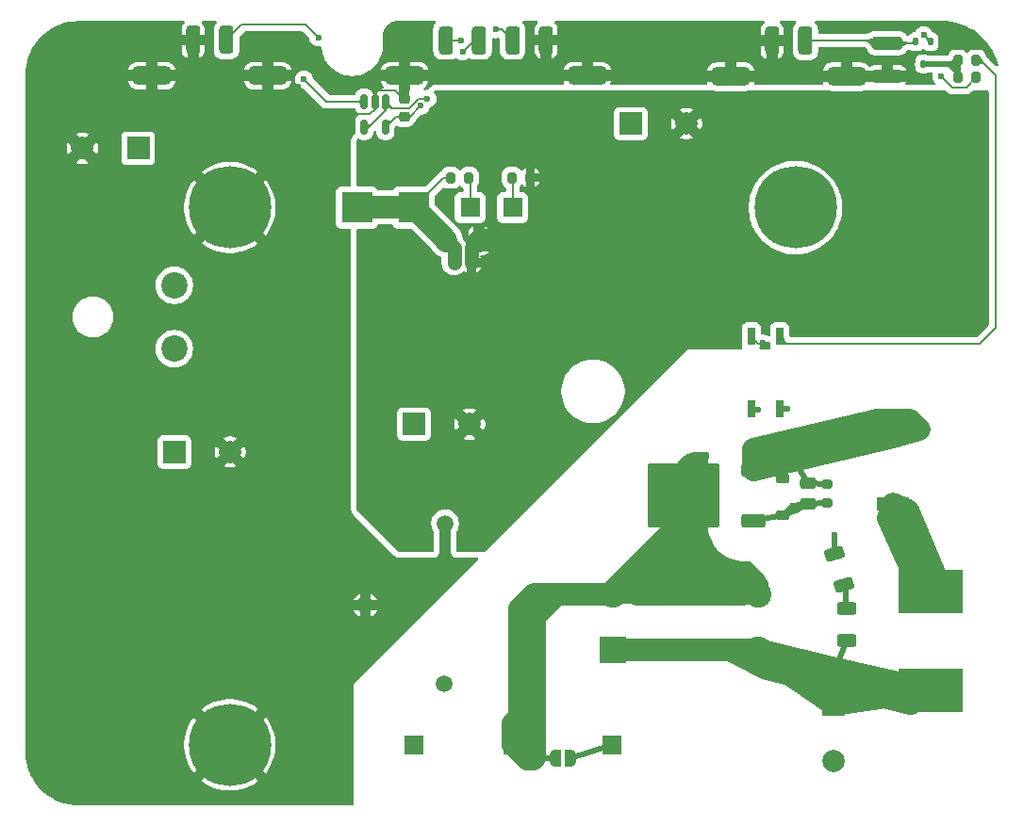
<source format=gbr>
%TF.GenerationSoftware,KiCad,Pcbnew,9.0.0*%
%TF.CreationDate,2025-03-29T15:41:40+01:00*%
%TF.ProjectId,TDK_DCDC_pcb,54444b5f-4443-4444-935f-7063622e6b69,rev?*%
%TF.SameCoordinates,Original*%
%TF.FileFunction,Copper,L1,Top*%
%TF.FilePolarity,Positive*%
%FSLAX46Y46*%
G04 Gerber Fmt 4.6, Leading zero omitted, Abs format (unit mm)*
G04 Created by KiCad (PCBNEW 9.0.0) date 2025-03-29 15:41:40*
%MOMM*%
%LPD*%
G01*
G04 APERTURE LIST*
G04 Aperture macros list*
%AMRoundRect*
0 Rectangle with rounded corners*
0 $1 Rounding radius*
0 $2 $3 $4 $5 $6 $7 $8 $9 X,Y pos of 4 corners*
0 Add a 4 corners polygon primitive as box body*
4,1,4,$2,$3,$4,$5,$6,$7,$8,$9,$2,$3,0*
0 Add four circle primitives for the rounded corners*
1,1,$1+$1,$2,$3*
1,1,$1+$1,$4,$5*
1,1,$1+$1,$6,$7*
1,1,$1+$1,$8,$9*
0 Add four rect primitives between the rounded corners*
20,1,$1+$1,$2,$3,$4,$5,0*
20,1,$1+$1,$4,$5,$6,$7,0*
20,1,$1+$1,$6,$7,$8,$9,0*
20,1,$1+$1,$8,$9,$2,$3,0*%
%AMFreePoly0*
4,1,23,0.500000,-0.750000,0.000000,-0.750000,0.000000,-0.745722,-0.065263,-0.745722,-0.191342,-0.711940,-0.304381,-0.646677,-0.396677,-0.554381,-0.461940,-0.441342,-0.495722,-0.315263,-0.495722,-0.250000,-0.500000,-0.250000,-0.500000,0.250000,-0.495722,0.250000,-0.495722,0.315263,-0.461940,0.441342,-0.396677,0.554381,-0.304381,0.646677,-0.191342,0.711940,-0.065263,0.745722,0.000000,0.745722,
0.000000,0.750000,0.500000,0.750000,0.500000,-0.750000,0.500000,-0.750000,$1*%
%AMFreePoly1*
4,1,23,0.000000,0.745722,0.065263,0.745722,0.191342,0.711940,0.304381,0.646677,0.396677,0.554381,0.461940,0.441342,0.495722,0.315263,0.495722,0.250000,0.500000,0.250000,0.500000,-0.250000,0.495722,-0.250000,0.495722,-0.315263,0.461940,-0.441342,0.396677,-0.554381,0.304381,-0.646677,0.191342,-0.711940,0.065263,-0.745722,0.000000,-0.745722,0.000000,-0.750000,-0.500000,-0.750000,
-0.500000,0.750000,0.000000,0.750000,0.000000,0.745722,0.000000,0.745722,$1*%
G04 Aperture macros list end*
%TA.AperFunction,SMDPad,CuDef*%
%ADD10RoundRect,0.250000X-1.100000X0.325000X-1.100000X-0.325000X1.100000X-0.325000X1.100000X0.325000X0*%
%TD*%
%TA.AperFunction,SMDPad,CuDef*%
%ADD11RoundRect,0.200000X-0.200000X-0.275000X0.200000X-0.275000X0.200000X0.275000X-0.200000X0.275000X0*%
%TD*%
%TA.AperFunction,SMDPad,CuDef*%
%ADD12RoundRect,0.250000X0.475000X-0.250000X0.475000X0.250000X-0.475000X0.250000X-0.475000X-0.250000X0*%
%TD*%
%TA.AperFunction,ComponentPad*%
%ADD13C,1.500000*%
%TD*%
%TA.AperFunction,SMDPad,CuDef*%
%ADD14RoundRect,0.317500X-0.317500X-0.952500X0.317500X-0.952500X0.317500X0.952500X-0.317500X0.952500X0*%
%TD*%
%TA.AperFunction,SMDPad,CuDef*%
%ADD15RoundRect,0.412500X-1.302500X-0.412500X1.302500X-0.412500X1.302500X0.412500X-1.302500X0.412500X0*%
%TD*%
%TA.AperFunction,ComponentPad*%
%ADD16R,2.400000X2.400000*%
%TD*%
%TA.AperFunction,ComponentPad*%
%ADD17C,2.400000*%
%TD*%
%TA.AperFunction,ComponentPad*%
%ADD18R,2.000000X2.000000*%
%TD*%
%TA.AperFunction,ComponentPad*%
%ADD19C,2.000000*%
%TD*%
%TA.AperFunction,ComponentPad*%
%ADD20C,7.400000*%
%TD*%
%TA.AperFunction,SMDPad,CuDef*%
%ADD21RoundRect,0.250000X0.850000X0.350000X-0.850000X0.350000X-0.850000X-0.350000X0.850000X-0.350000X0*%
%TD*%
%TA.AperFunction,SMDPad,CuDef*%
%ADD22RoundRect,0.250000X1.275000X1.125000X-1.275000X1.125000X-1.275000X-1.125000X1.275000X-1.125000X0*%
%TD*%
%TA.AperFunction,SMDPad,CuDef*%
%ADD23RoundRect,0.249997X2.950003X2.650003X-2.950003X2.650003X-2.950003X-2.650003X2.950003X-2.650003X0*%
%TD*%
%TA.AperFunction,SMDPad,CuDef*%
%ADD24R,5.800000X4.000000*%
%TD*%
%TA.AperFunction,SMDPad,CuDef*%
%ADD25RoundRect,0.250000X-0.325000X-0.650000X0.325000X-0.650000X0.325000X0.650000X-0.325000X0.650000X0*%
%TD*%
%TA.AperFunction,SMDPad,CuDef*%
%ADD26RoundRect,0.200000X0.200000X0.275000X-0.200000X0.275000X-0.200000X-0.275000X0.200000X-0.275000X0*%
%TD*%
%TA.AperFunction,SMDPad,CuDef*%
%ADD27RoundRect,0.225000X-0.225000X-0.250000X0.225000X-0.250000X0.225000X0.250000X-0.225000X0.250000X0*%
%TD*%
%TA.AperFunction,SMDPad,CuDef*%
%ADD28RoundRect,0.112500X0.112500X0.237500X-0.112500X0.237500X-0.112500X-0.237500X0.112500X-0.237500X0*%
%TD*%
%TA.AperFunction,SMDPad,CuDef*%
%ADD29RoundRect,0.250000X0.689057X-0.116113X0.506324X0.481578X-0.689057X0.116113X-0.506324X-0.481578X0*%
%TD*%
%TA.AperFunction,SMDPad,CuDef*%
%ADD30R,2.920000X1.270000*%
%TD*%
%TA.AperFunction,SMDPad,CuDef*%
%ADD31RoundRect,0.250000X0.625000X-0.312500X0.625000X0.312500X-0.625000X0.312500X-0.625000X-0.312500X0*%
%TD*%
%TA.AperFunction,SMDPad,CuDef*%
%ADD32R,0.700000X1.550000*%
%TD*%
%TA.AperFunction,SMDPad,CuDef*%
%ADD33FreePoly0,180.000000*%
%TD*%
%TA.AperFunction,SMDPad,CuDef*%
%ADD34FreePoly1,180.000000*%
%TD*%
%TA.AperFunction,SMDPad,CuDef*%
%ADD35RoundRect,0.200000X0.275000X-0.200000X0.275000X0.200000X-0.275000X0.200000X-0.275000X-0.200000X0*%
%TD*%
%TA.AperFunction,SMDPad,CuDef*%
%ADD36RoundRect,0.225000X0.250000X-0.225000X0.250000X0.225000X-0.250000X0.225000X-0.250000X-0.225000X0*%
%TD*%
%TA.AperFunction,SMDPad,CuDef*%
%ADD37RoundRect,0.150000X-0.150000X0.512500X-0.150000X-0.512500X0.150000X-0.512500X0.150000X0.512500X0*%
%TD*%
%TA.AperFunction,ComponentPad*%
%ADD38C,2.362200*%
%TD*%
%TA.AperFunction,SMDPad,CuDef*%
%ADD39RoundRect,0.225000X0.375000X-0.225000X0.375000X0.225000X-0.375000X0.225000X-0.375000X-0.225000X0*%
%TD*%
%TA.AperFunction,ComponentPad*%
%ADD40R,1.752600X1.752600*%
%TD*%
%TA.AperFunction,ComponentPad*%
%ADD41R,2.768600X2.768600*%
%TD*%
%TA.AperFunction,ViaPad*%
%ADD42C,0.600000*%
%TD*%
%TA.AperFunction,Conductor*%
%ADD43C,2.000000*%
%TD*%
%TA.AperFunction,Conductor*%
%ADD44C,0.500000*%
%TD*%
%TA.AperFunction,Conductor*%
%ADD45C,0.200000*%
%TD*%
%TA.AperFunction,Conductor*%
%ADD46C,1.000000*%
%TD*%
%TA.AperFunction,Conductor*%
%ADD47C,1.250000*%
%TD*%
G04 APERTURE END LIST*
D10*
%TO.P,C7,1*%
%TO.N,/3V_buttoncell*%
X177600000Y-63246000D03*
%TO.P,C7,2*%
%TO.N,GND*%
X177600000Y-66196002D03*
%TD*%
D11*
%TO.P,R3,1*%
%TO.N,Net-(D4-Pad3)*%
X183975000Y-64800000D03*
%TO.P,R3,2*%
%TO.N,Net-(R3-Pad2)*%
X185625000Y-64800000D03*
%TD*%
D12*
%TO.P,C13,1*%
%TO.N,/Enable_G*%
X170500000Y-104700000D03*
%TO.P,C13,2*%
%TO.N,/HV-in*%
X170500000Y-102800000D03*
%TD*%
D13*
%TO.P,C3,1*%
%TO.N,GND*%
X130766058Y-113762876D03*
%TO.P,C3,2*%
%TO.N,/+VIN*%
X137837126Y-120833944D03*
%TD*%
D14*
%TO.P,J1,1,Pin_1*%
%TO.N,/3V_buttoncell*%
X170283000Y-63010000D03*
%TO.P,J1,2,Pin_2*%
%TO.N,GND*%
X167283000Y-63010000D03*
D15*
%TO.P,J1,MP,MountPin*%
X163583000Y-66210000D03*
X173983000Y-66210000D03*
%TD*%
D16*
%TO.P,C1,1*%
%TO.N,/+VIN*%
X153000000Y-117823959D03*
D17*
%TO.P,C1,2*%
%TO.N,/-VIN*%
X153000000Y-112823959D03*
%TD*%
D18*
%TO.P,C10,1*%
%TO.N,/LV+*%
X110367678Y-72700000D03*
D19*
%TO.P,C10,2*%
%TO.N,GND*%
X105367678Y-72700000D03*
%TD*%
D20*
%TO.P,U6,1,1*%
%TO.N,GND*%
X118590000Y-78030000D03*
%TD*%
D21*
%TO.P,Q2,1,G*%
%TO.N,/Enable_G*%
X165625000Y-106207500D03*
D22*
%TO.P,Q2,2,D*%
%TO.N,/-VIN*%
X161000000Y-105452500D03*
X161000000Y-102402500D03*
D23*
X159324999Y-103927500D03*
D22*
X157650000Y-105452500D03*
X157650000Y-102402500D03*
D21*
%TO.P,Q2,3,S*%
%TO.N,/HV-in*%
X165625000Y-101647500D03*
%TD*%
D24*
%TO.P,F3,1*%
%TO.N,/HV+in*%
X181500000Y-112550000D03*
%TO.P,F3,2*%
%TO.N,/+VIN*%
X181500000Y-121450000D03*
%TD*%
D17*
%TO.P,C6,1*%
%TO.N,/+VIN*%
X166000000Y-117823959D03*
%TO.P,C6,2*%
%TO.N,/-VIN*%
X166000000Y-112823959D03*
%TD*%
D25*
%TO.P,C4,1*%
%TO.N,/Vout+*%
X138025000Y-81000000D03*
%TO.P,C4,2*%
%TO.N,/Vout-*%
X140975000Y-81000000D03*
%TD*%
D26*
%TO.P,R5,1*%
%TO.N,Net-(U1-+S)*%
X140075000Y-75360000D03*
%TO.P,R5,2*%
%TO.N,/Vout+*%
X138425000Y-75360000D03*
%TD*%
D13*
%TO.P,C2,1*%
%TO.N,/-VIN*%
X145000000Y-113500000D03*
%TO.P,C2,2*%
%TO.N,GND*%
X137928932Y-106428932D03*
%TD*%
D27*
%TO.P,C5,1*%
%TO.N,/Vout+*%
X138750000Y-82984177D03*
%TO.P,C5,2*%
%TO.N,/Vout-*%
X140300000Y-82984177D03*
%TD*%
D14*
%TO.P,J3,1,Pin_1*%
%TO.N,/TEMP_TSDCDC*%
X118300000Y-62960000D03*
%TO.P,J3,2,Pin_2*%
%TO.N,GND*%
X115300000Y-62960000D03*
D15*
%TO.P,J3,MP,MountPin*%
X111600000Y-66160000D03*
X122000000Y-66160000D03*
%TD*%
D28*
%TO.P,D4,1*%
%TO.N,+3V3*%
X181513000Y-63119000D03*
%TO.P,D4,2*%
%TO.N,/3V_buttoncell*%
X180213000Y-63119000D03*
%TO.P,D4,3*%
%TO.N,Net-(D4-Pad3)*%
X180863000Y-65119000D03*
%TD*%
D20*
%TO.P,U7,1,1*%
%TO.N,GND*%
X118590000Y-126330000D03*
%TD*%
D18*
%TO.P,C9,1*%
%TO.N,/Vout+*%
X135132323Y-97500000D03*
D19*
%TO.P,C9,2*%
%TO.N,/Vout-*%
X140132323Y-97500000D03*
%TD*%
D29*
%TO.P,R10,1*%
%TO.N,Net-(R10-Pad1)*%
X173727593Y-111918597D03*
%TO.P,R10,2*%
%TO.N,/Enable_Opto*%
X172872407Y-109121403D03*
%TD*%
D30*
%TO.P,HV_in1,1,HV-*%
%TO.N,/HV-in*%
X178170000Y-98690000D03*
%TO.P,HV_in1,3,HV+*%
%TO.N,/HV+in*%
X178170000Y-104690000D03*
%TD*%
D31*
%TO.P,R9,1*%
%TO.N,/+VIN*%
X174000000Y-116962500D03*
%TO.P,R9,2*%
%TO.N,Net-(R10-Pad1)*%
X174000000Y-114037500D03*
%TD*%
D18*
%TO.P,C11,1*%
%TO.N,/LV+*%
X113632323Y-100000000D03*
D19*
%TO.P,C11,2*%
%TO.N,GND*%
X118632323Y-100000000D03*
%TD*%
D32*
%TO.P,U2,1*%
%TO.N,Net-(R3-Pad2)*%
X167969064Y-89625463D03*
%TO.P,U2,2*%
%TO.N,GND*%
X165429064Y-89625463D03*
%TO.P,U2,3*%
%TO.N,/Enable_G*%
X165429064Y-96125463D03*
%TO.P,U2,4*%
%TO.N,/Enable_Opto*%
X167969064Y-96125463D03*
%TD*%
D26*
%TO.P,R6,1*%
%TO.N,/Vout-*%
X145575000Y-75330000D03*
%TO.P,R6,2*%
%TO.N,Net-(U1-TRM)*%
X143925000Y-75330000D03*
%TD*%
D18*
%TO.P,C8,1*%
%TO.N,/Vout+*%
X154604323Y-70485000D03*
D19*
%TO.P,C8,2*%
%TO.N,/Vout-*%
X159604323Y-70485000D03*
%TD*%
D33*
%TO.P,JP1,1,A*%
%TO.N,Net-(JP1-A)*%
X149149999Y-127500000D03*
D34*
%TO.P,JP1,2,B*%
%TO.N,/-VIN*%
X147850001Y-127500000D03*
%TD*%
D35*
%TO.P,R11,1*%
%TO.N,/Enable_G*%
X172250000Y-104575000D03*
%TO.P,R11,2*%
%TO.N,/HV-in*%
X172250000Y-102925000D03*
%TD*%
D14*
%TO.P,J2,1,Pin_1*%
%TO.N,GND*%
X146994000Y-62967000D03*
%TO.P,J2,2,Pin_2*%
%TO.N,/TEMP_TSDCDC*%
X143994000Y-62967000D03*
%TO.P,J2,3,Pin_3*%
%TO.N,/LV_I_measure*%
X140994000Y-62967000D03*
%TO.P,J2,4,Pin_4*%
%TO.N,+3V3*%
X137994000Y-62967000D03*
D15*
%TO.P,J2,MP,MountPin*%
%TO.N,GND*%
X134294000Y-66167000D03*
X150694000Y-66167000D03*
%TD*%
D11*
%TO.P,R1,1*%
%TO.N,Net-(D4-Pad3)*%
X183980000Y-66340000D03*
%TO.P,R1,2*%
%TO.N,Net-(D2-A)*%
X185630000Y-66340000D03*
%TD*%
D36*
%TO.P,C12,1*%
%TO.N,+3V3*%
X134260000Y-69845000D03*
%TO.P,C12,2*%
%TO.N,GND*%
X134260000Y-68295000D03*
%TD*%
D20*
%TO.P,U5,1,1*%
%TO.N,N/C*%
X169390000Y-78030000D03*
%TD*%
D18*
%TO.P,D1,1,K*%
%TO.N,/+VIN*%
X172805000Y-122710000D03*
D19*
%TO.P,D1,2,A*%
%TO.N,/HV-in*%
X172805000Y-127789999D03*
%TD*%
D17*
%TO.P,F2,1*%
%TO.N,/Vout-*%
X138950000Y-89589177D03*
D16*
X138950000Y-86189177D03*
D17*
%TO.P,F2,2*%
%TO.N,GND*%
X125480000Y-89589177D03*
X125480000Y-86189177D03*
%TD*%
D37*
%TO.P,U4,1*%
%TO.N,/LV_I_measure*%
X132569999Y-68502500D03*
%TO.P,U4,2,V-*%
%TO.N,GND*%
X131620000Y-68502500D03*
%TO.P,U4,3,+*%
%TO.N,/I_meas_weak*%
X130670001Y-68502500D03*
%TO.P,U4,4,-*%
%TO.N,/LV_I_measure*%
X130670001Y-70777500D03*
%TO.P,U4,5,V+*%
%TO.N,+3V3*%
X132569999Y-70777500D03*
%TD*%
D38*
%TO.P,LV_out1,1,Pin_1*%
%TO.N,/LV+*%
X113613551Y-90700779D03*
%TO.P,LV_out1,2,Pin_2*%
X113613551Y-85000776D03*
%TO.P,LV_out1,3,Pin_3*%
%TO.N,GND*%
X119113551Y-90700779D03*
%TO.P,LV_out1,4,Pin_4*%
X119113550Y-85000775D03*
%TD*%
D39*
%TO.P,D3,1,K*%
%TO.N,/Enable_G*%
X168250000Y-105650000D03*
%TO.P,D3,2,A*%
%TO.N,/HV-in*%
X168250000Y-102350000D03*
%TD*%
D40*
%TO.P,U1,1,CNT*%
%TO.N,Net-(JP1-A)*%
X152880000Y-126320000D03*
%TO.P,U1,2,-VIN*%
%TO.N,/-VIN*%
X143990000Y-126320000D03*
%TO.P,U1,3,+VIN*%
%TO.N,/+VIN*%
X135100000Y-126320000D03*
D41*
%TO.P,U1,4,+Vout*%
%TO.N,/Vout+*%
X130020000Y-78020000D03*
%TO.P,U1,5,+Vout*%
X135100000Y-78020000D03*
D40*
%TO.P,U1,6,+S*%
%TO.N,Net-(U1-+S)*%
X140180000Y-78020000D03*
%TO.P,U1,7,TRM*%
%TO.N,Net-(U1-TRM)*%
X143990000Y-78020000D03*
%TO.P,U1,8,-S*%
%TO.N,/Vout-*%
X147800000Y-78020000D03*
D41*
%TO.P,U1,9,-Vout*%
X152880000Y-78020000D03*
%TO.P,U1,10,-Vout*%
X157960000Y-78020000D03*
%TD*%
D42*
%TO.N,GND*%
X158250000Y-62750000D03*
X124750000Y-67184177D03*
X166500000Y-90250000D03*
X185750000Y-63250000D03*
X122337500Y-62837500D03*
X104250000Y-63500000D03*
%TO.N,+3V3*%
X135750000Y-68878640D03*
X180910000Y-62516000D03*
X139400000Y-63000000D03*
%TO.N,/TEMP_TSDCDC*%
X126540000Y-62750000D03*
X142500000Y-62000000D03*
%TO.N,/HV-in*%
X178290859Y-97132087D03*
X179639070Y-97139070D03*
X180500000Y-98000000D03*
X176826325Y-97139070D03*
%TO.N,/LV_I_measure*%
X136350000Y-68250000D03*
X139500000Y-64000000D03*
%TO.N,/I_meas_weak*%
X125257911Y-66492089D03*
%TO.N,Net-(D2-A)*%
X182500000Y-66250000D03*
%TO.N,/Enable_G*%
X166045104Y-96154410D03*
X169131211Y-104859994D03*
%TO.N,/Enable_Opto*%
X172873966Y-107462335D03*
X168638212Y-96146998D03*
%TD*%
D43*
%TO.N,/-VIN*%
X148000000Y-112823959D02*
X153000000Y-112823959D01*
X144600000Y-123800000D02*
X144600000Y-125675341D01*
X146000000Y-127500000D02*
X145875342Y-127624658D01*
X143990000Y-126320000D02*
X143990000Y-124410000D01*
X146000000Y-115000000D02*
X146000000Y-127500000D01*
X143990000Y-124410000D02*
X144600000Y-123800000D01*
X145300000Y-127624658D02*
X143995342Y-126320000D01*
X144600000Y-114100000D02*
X145876041Y-112823959D01*
X144600000Y-114100000D02*
X144600000Y-123800000D01*
X148000000Y-112823959D02*
X146000000Y-114823959D01*
X145875342Y-127624658D02*
X145300000Y-127624658D01*
X145876041Y-112823959D02*
X148000000Y-112823959D01*
D44*
X147850001Y-127500000D02*
X146045281Y-127482652D01*
D45*
%TO.N,GND*%
X165429064Y-89625463D02*
X166053601Y-90250000D01*
X134260000Y-66201000D02*
X134294000Y-66167000D01*
X166053601Y-90250000D02*
X166500000Y-90250000D01*
X132833001Y-66167000D02*
X134294000Y-66167000D01*
X131620000Y-68502500D02*
X131620000Y-69164999D01*
D46*
X137928932Y-106428932D02*
X137928932Y-109500000D01*
D45*
X134260000Y-68295000D02*
X133445000Y-67480000D01*
X131620000Y-69164999D02*
X131136458Y-69648541D01*
X131136458Y-69648541D02*
X129866065Y-69648541D01*
X133445000Y-67480000D02*
X131620000Y-67480000D01*
D44*
%TO.N,Net-(D4-Pad3)*%
X180863000Y-65119000D02*
X183200000Y-65119000D01*
X183980000Y-65899000D02*
X183200000Y-65119000D01*
X183656000Y-65119000D02*
X183975000Y-64800000D01*
X183980000Y-66340000D02*
X183980000Y-65899000D01*
X183975000Y-64800000D02*
X183980000Y-64805000D01*
X183200000Y-65119000D02*
X183656000Y-65119000D01*
X183980000Y-64805000D02*
X183980000Y-66340000D01*
D43*
%TO.N,/+VIN*%
X166830904Y-119499659D02*
X179726959Y-122575380D01*
X172805000Y-122710000D02*
X181500000Y-121450000D01*
X163500000Y-117823959D02*
X166000000Y-117823959D01*
D44*
X174000000Y-116962500D02*
X173000000Y-119461526D01*
D43*
X179726959Y-122575380D02*
X181500000Y-121450000D01*
X172805000Y-122710000D02*
X166000000Y-118023959D01*
X153000000Y-117823959D02*
X163500000Y-117823959D01*
X166000000Y-117823959D02*
X166830904Y-119499659D01*
X173000000Y-119461526D02*
X181500000Y-121450000D01*
X166000000Y-117823959D02*
X173000000Y-119461526D01*
X166830904Y-119499659D02*
X163500000Y-117823959D01*
D45*
%TO.N,+3V3*%
X135750000Y-68878640D02*
X134783640Y-69845000D01*
X133502499Y-69845000D02*
X132569999Y-70777500D01*
X139400000Y-63000000D02*
X139367000Y-62967000D01*
X138120000Y-63093000D02*
X137994000Y-62967000D01*
X134783640Y-69845000D02*
X134260000Y-69845000D01*
X139367000Y-62967000D02*
X137994000Y-62967000D01*
X180910000Y-62516000D02*
X181513000Y-63119000D01*
X134260000Y-69845000D02*
X133502499Y-69845000D01*
%TO.N,/3V_buttoncell*%
X177010000Y-63010000D02*
X170283000Y-63010000D01*
X176900002Y-62834177D02*
X176925003Y-62809176D01*
X180086000Y-63246000D02*
X177600000Y-63246000D01*
X180213000Y-63119000D02*
X180086000Y-63246000D01*
X177600000Y-63246000D02*
X177246000Y-63246000D01*
X177246000Y-63246000D02*
X177010000Y-63010000D01*
%TO.N,/TEMP_TSDCDC*%
X126540000Y-62750000D02*
X125390000Y-61600000D01*
X119660000Y-61600000D02*
X118300000Y-62960000D01*
X143027000Y-62000000D02*
X143994000Y-62967000D01*
X125390000Y-61600000D02*
X119660000Y-61600000D01*
X142500000Y-62000000D02*
X143027000Y-62000000D01*
D43*
%TO.N,/HV-in*%
X165622580Y-99736871D02*
X176826325Y-97139070D01*
X178283876Y-97139070D02*
X178290859Y-97132087D01*
D44*
X172250000Y-102925000D02*
X170500000Y-102800000D01*
X170500000Y-102800000D02*
X169500000Y-101211291D01*
D43*
X178290859Y-97132087D02*
X179632087Y-97132087D01*
X180500000Y-98000000D02*
X178170000Y-98690000D01*
X165625000Y-101647500D02*
X165622580Y-99736871D01*
X178170000Y-98690000D02*
X165625000Y-101647500D01*
D44*
X170500000Y-100559032D02*
X165625000Y-101647500D01*
D43*
X176826325Y-97139070D02*
X176816264Y-97139070D01*
X179632087Y-97132087D02*
X179639070Y-97139070D01*
X176816264Y-97139070D02*
X178170000Y-98690000D01*
X179639070Y-97139070D02*
X180500000Y-98000000D01*
X176826325Y-97139070D02*
X178283876Y-97139070D01*
D45*
%TO.N,/LV_I_measure*%
X132569999Y-69280001D02*
X132569999Y-68502500D01*
X140533000Y-62967000D02*
X140994000Y-62967000D01*
X131072500Y-70777500D02*
X132569999Y-69280001D01*
X136350000Y-68250000D02*
X135530110Y-68250000D01*
X130670001Y-70777500D02*
X131072500Y-70777500D01*
X133127499Y-69060000D02*
X132569999Y-68502500D01*
X134720110Y-69060000D02*
X133127499Y-69060000D01*
X135530110Y-68250000D02*
X134720110Y-69060000D01*
X139500000Y-64000000D02*
X140533000Y-62967000D01*
%TO.N,/I_meas_weak*%
X127268322Y-68502500D02*
X130670001Y-68502500D01*
X125257911Y-66492089D02*
X127268322Y-68502500D01*
%TO.N,Net-(U1-+S)*%
X140075000Y-75360000D02*
X140180000Y-75465000D01*
X140180000Y-75465000D02*
X140180000Y-78020000D01*
%TO.N,Net-(D2-A)*%
X182500000Y-66250000D02*
X183500000Y-67250000D01*
X183500000Y-67250000D02*
X184720000Y-67250000D01*
X184720000Y-67250000D02*
X185630000Y-66340000D01*
D47*
%TO.N,/Vout+*%
X138103323Y-81000000D02*
X138025000Y-81000000D01*
X138750000Y-82984177D02*
X138750000Y-81646677D01*
D43*
X130005341Y-78000000D02*
X135103323Y-78000000D01*
D45*
X137760000Y-75360000D02*
X135100000Y-78020000D01*
D47*
X138750000Y-81646677D02*
X138103323Y-81000000D01*
D43*
X138025000Y-80921677D02*
X138025000Y-81000000D01*
X135103323Y-78000000D02*
X138025000Y-80921677D01*
D45*
X138425000Y-75360000D02*
X137760000Y-75360000D01*
%TO.N,Net-(R3-Pad2)*%
X185934177Y-90250000D02*
X168050000Y-90250000D01*
X186045341Y-64800000D02*
X187345341Y-66100000D01*
X167870000Y-90070000D02*
X167870000Y-89650000D01*
X187345341Y-88838836D02*
X185934177Y-90250000D01*
X187345341Y-66100000D02*
X187345341Y-88838836D01*
X168050000Y-90250000D02*
X167870000Y-90070000D01*
X185625000Y-64800000D02*
X186045341Y-64800000D01*
%TO.N,Net-(U1-TRM)*%
X143925000Y-75330000D02*
X144000000Y-75405000D01*
X144000000Y-75405000D02*
X144000000Y-75755000D01*
X143990000Y-75765000D02*
X143990000Y-78020000D01*
X144000000Y-75755000D02*
X143990000Y-75765000D01*
D43*
%TO.N,/HV+in*%
X177742144Y-105894480D02*
X180518835Y-112103895D01*
X178170000Y-104690000D02*
X179496647Y-105238448D01*
X179496647Y-105238448D02*
X181952951Y-111096963D01*
X181952951Y-111096963D02*
X181500000Y-112550000D01*
X178170000Y-104690000D02*
X177742144Y-105894480D01*
X178170000Y-104690000D02*
X181500000Y-112550000D01*
X180518835Y-112103895D02*
X181500000Y-112550000D01*
D44*
%TO.N,/Enable_G*%
X170500000Y-104700000D02*
X172250000Y-104575000D01*
X168250000Y-105650000D02*
X169456042Y-105263593D01*
X169131211Y-104859994D02*
X170500000Y-104700000D01*
X169456042Y-105263593D02*
X170500000Y-104700000D01*
X168250000Y-105650000D02*
X165625000Y-106207500D01*
X166045104Y-96154410D02*
X165330000Y-96150000D01*
X169131211Y-104859994D02*
X168250000Y-105650000D01*
%TO.N,/Enable_Opto*%
X172873966Y-107462335D02*
X172872407Y-109121403D01*
X168638212Y-96146998D02*
X167870000Y-96150000D01*
%TO.N,Net-(JP1-A)*%
X149149999Y-127500000D02*
X152880000Y-126320000D01*
%TO.N,Net-(R10-Pad1)*%
X173940000Y-111911004D02*
X173940000Y-113977500D01*
X173940000Y-113977500D02*
X174000000Y-114037500D01*
X173927593Y-111898597D02*
X173940000Y-111911004D01*
D47*
%TO.N,/Vout-*%
X140300000Y-82984177D02*
X140300000Y-81596677D01*
X140300000Y-81596677D02*
X140896677Y-81000000D01*
D43*
X152865341Y-78000000D02*
X149943664Y-80921677D01*
X149943664Y-80921677D02*
X141053323Y-80921677D01*
X157945341Y-78000000D02*
X152865341Y-78000000D01*
D47*
X140896677Y-81000000D02*
X140975000Y-81000000D01*
D43*
X141053323Y-80921677D02*
X140975000Y-81000000D01*
D45*
X147220000Y-77440000D02*
X147800000Y-78020000D01*
%TD*%
%TA.AperFunction,Conductor*%
%TO.N,Net-(R3-Pad2)*%
G36*
X168318844Y-89482320D02*
G01*
X168319841Y-89486543D01*
X168324805Y-89595966D01*
X168324806Y-89595967D01*
X168362826Y-89804175D01*
X168362829Y-89804183D01*
X168426514Y-89963946D01*
X168426517Y-89963951D01*
X168503314Y-90070973D01*
X168503313Y-90070973D01*
X168537760Y-90096214D01*
X168584769Y-90130662D01*
X168659980Y-90147916D01*
X168667278Y-90153106D01*
X168669064Y-90159320D01*
X168669064Y-90337985D01*
X168665637Y-90346258D01*
X168657364Y-90349685D01*
X168657054Y-90349681D01*
X168611064Y-90348464D01*
X168611064Y-90348463D01*
X168611035Y-90348463D01*
X168537872Y-90346345D01*
X168537862Y-90346345D01*
X168399294Y-90352449D01*
X168399286Y-90352450D01*
X168337296Y-90371569D01*
X168337293Y-90371572D01*
X168330654Y-90382093D01*
X168323341Y-90387261D01*
X168314516Y-90385743D01*
X168310102Y-90380676D01*
X168305978Y-90371571D01*
X167972923Y-89636193D01*
X167972633Y-89627244D01*
X167978753Y-89620710D01*
X168303401Y-89476381D01*
X168312352Y-89476152D01*
X168318844Y-89482320D01*
G37*
%TD.AperFunction*%
%TD*%
%TA.AperFunction,Conductor*%
%TO.N,/LV_I_measure*%
G36*
X132863426Y-68384640D02*
G01*
X132869740Y-68390990D01*
X132870610Y-68395010D01*
X132871083Y-68407986D01*
X132871084Y-68407996D01*
X132884441Y-68491314D01*
X132884444Y-68491326D01*
X132910722Y-68574837D01*
X132959086Y-68679747D01*
X132959093Y-68679759D01*
X132959097Y-68679767D01*
X133001365Y-68749849D01*
X133017883Y-68777236D01*
X133087087Y-68870668D01*
X133145436Y-68935671D01*
X133148412Y-68944116D01*
X133145002Y-68951759D01*
X133019246Y-69077515D01*
X133010973Y-69080942D01*
X133003173Y-69077963D01*
X133001624Y-69076577D01*
X133001622Y-69076576D01*
X132935805Y-69041882D01*
X132905498Y-69040015D01*
X132875193Y-69038149D01*
X132875192Y-69038149D01*
X132875190Y-69038149D01*
X132825638Y-69067580D01*
X132825637Y-69067581D01*
X132804742Y-69099731D01*
X132804742Y-69099732D01*
X132800107Y-69113331D01*
X132794194Y-69120056D01*
X132785258Y-69120630D01*
X132778533Y-69114717D01*
X132777960Y-69113334D01*
X132773318Y-69099731D01*
X132572846Y-68512208D01*
X132573417Y-68503273D01*
X132579469Y-68497611D01*
X132854474Y-68384615D01*
X132863426Y-68384640D01*
G37*
%TD.AperFunction*%
%TD*%
%TA.AperFunction,Conductor*%
%TO.N,/LV_I_measure*%
G36*
X130968804Y-70411221D02*
G01*
X130973240Y-70418999D01*
X130973257Y-70419139D01*
X130979721Y-70475791D01*
X130995813Y-70517748D01*
X131017426Y-70547734D01*
X131047428Y-70569570D01*
X131047429Y-70569570D01*
X131047430Y-70569571D01*
X131079449Y-70578952D01*
X131113039Y-70577639D01*
X131134414Y-70569735D01*
X131143360Y-70570080D01*
X131146743Y-70572436D01*
X131272397Y-70698090D01*
X131275824Y-70706363D01*
X131272397Y-70714636D01*
X131270263Y-70716323D01*
X131171641Y-70777103D01*
X131050586Y-70871760D01*
X131050582Y-70871764D01*
X130988173Y-70948498D01*
X130974827Y-70993903D01*
X130969206Y-71000874D01*
X130960302Y-71001828D01*
X130956453Y-70999865D01*
X130678578Y-70785373D01*
X130674123Y-70777605D01*
X130676464Y-70768964D01*
X130952389Y-70413291D01*
X130960166Y-70408857D01*
X130968804Y-70411221D01*
G37*
%TD.AperFunction*%
%TD*%
%TA.AperFunction,Conductor*%
%TO.N,/LV_I_measure*%
G36*
X132573567Y-68522024D02*
G01*
X132579396Y-68528821D01*
X132579414Y-68528878D01*
X132776080Y-69140588D01*
X132775350Y-69149513D01*
X132768523Y-69155307D01*
X132768243Y-69155394D01*
X132742337Y-69163013D01*
X132742334Y-69163014D01*
X132704822Y-69189072D01*
X132704813Y-69189081D01*
X132632423Y-69272297D01*
X132632421Y-69272300D01*
X132568493Y-69373484D01*
X132568487Y-69373495D01*
X132518932Y-69464459D01*
X132517306Y-69467529D01*
X132510404Y-69473235D01*
X132501490Y-69472389D01*
X132498695Y-69470324D01*
X132373322Y-69344951D01*
X132369895Y-69336678D01*
X132370331Y-69333513D01*
X132392540Y-69254692D01*
X132385750Y-69174473D01*
X132350227Y-69113244D01*
X132320604Y-69089948D01*
X132320602Y-69089947D01*
X132320601Y-69089946D01*
X132320600Y-69089945D01*
X132292623Y-69077419D01*
X132286472Y-69070911D01*
X132286726Y-69061960D01*
X132286953Y-69061481D01*
X132557841Y-68527167D01*
X132564638Y-68521339D01*
X132573567Y-68522024D01*
G37*
%TD.AperFunction*%
%TD*%
%TA.AperFunction,Conductor*%
%TO.N,/I_meas_weak*%
G36*
X130384520Y-68216971D02*
G01*
X130662686Y-68494213D01*
X130666127Y-68502481D01*
X130662714Y-68510759D01*
X130662686Y-68510787D01*
X130386802Y-68785754D01*
X130378524Y-68789167D01*
X130370256Y-68785726D01*
X130366941Y-68778976D01*
X130366617Y-68776493D01*
X130364952Y-68763687D01*
X130353532Y-68738164D01*
X130346738Y-68722976D01*
X130346736Y-68722974D01*
X130346736Y-68722973D01*
X130317848Y-68688970D01*
X130317847Y-68688969D01*
X130263311Y-68651098D01*
X130263307Y-68651096D01*
X130200589Y-68624935D01*
X130200585Y-68624934D01*
X130129338Y-68607804D01*
X130123786Y-68607307D01*
X130080659Y-68603452D01*
X130072724Y-68599301D01*
X130070001Y-68591798D01*
X130070001Y-68413743D01*
X130073428Y-68405470D01*
X130081233Y-68402053D01*
X130092668Y-68401598D01*
X130210090Y-68376877D01*
X130299620Y-68331125D01*
X130351867Y-68273458D01*
X130364925Y-68222360D01*
X130370294Y-68215194D01*
X130379158Y-68213922D01*
X130384520Y-68216971D01*
G37*
%TD.AperFunction*%
%TD*%
%TA.AperFunction,Conductor*%
%TO.N,Net-(R3-Pad2)*%
G36*
X186026637Y-64539362D02*
G01*
X186028443Y-64543672D01*
X186035995Y-64581726D01*
X186065907Y-64643519D01*
X186164046Y-64775507D01*
X186282539Y-64900758D01*
X186375818Y-64989480D01*
X186379451Y-64997664D01*
X186376233Y-65006020D01*
X186376028Y-65006230D01*
X186249330Y-65132928D01*
X186241057Y-65136355D01*
X186235373Y-65134881D01*
X186174294Y-65100931D01*
X186174285Y-65100928D01*
X186086590Y-65088671D01*
X186009051Y-65109218D01*
X185946180Y-65163313D01*
X185946178Y-65163315D01*
X185920985Y-65205718D01*
X185920981Y-65205726D01*
X185909870Y-65236610D01*
X185903845Y-65243234D01*
X185894900Y-65243658D01*
X185888838Y-65238684D01*
X185868995Y-65205726D01*
X185629997Y-64808768D01*
X185628666Y-64799915D01*
X185633432Y-64793066D01*
X186010381Y-64536278D01*
X186019147Y-64534454D01*
X186026637Y-64539362D01*
G37*
%TD.AperFunction*%
%TD*%
%TA.AperFunction,Conductor*%
%TO.N,Net-(D4-Pad3)*%
G36*
X183982902Y-64806240D02*
G01*
X184326422Y-65120978D01*
X184347555Y-65140340D01*
X184351340Y-65148456D01*
X184348278Y-65156871D01*
X184345133Y-65159303D01*
X184308471Y-65178746D01*
X184271189Y-65219983D01*
X184245870Y-65272187D01*
X184230441Y-65332316D01*
X184230441Y-65332321D01*
X184220980Y-65464147D01*
X184220979Y-65464155D01*
X184223729Y-65530177D01*
X184226266Y-65591090D01*
X184226267Y-65591106D01*
X184226266Y-65591106D01*
X184229456Y-65662780D01*
X184226401Y-65671197D01*
X184218288Y-65674988D01*
X184217768Y-65675000D01*
X183742157Y-65675000D01*
X183733884Y-65671573D01*
X183730457Y-65663300D01*
X183730466Y-65662852D01*
X183732981Y-65597247D01*
X183732985Y-65597146D01*
X183733270Y-65591090D01*
X183736132Y-65530177D01*
X183731704Y-65372082D01*
X183705268Y-65263556D01*
X183659244Y-65192777D01*
X183659241Y-65192775D01*
X183659240Y-65192773D01*
X183628220Y-65168618D01*
X183628216Y-65168616D01*
X183606438Y-65158825D01*
X183600297Y-65152307D01*
X183600564Y-65143357D01*
X183603328Y-65139530D01*
X183967097Y-64806240D01*
X183975511Y-64803179D01*
X183982902Y-64806240D01*
G37*
%TD.AperFunction*%
%TD*%
%TA.AperFunction,Conductor*%
%TO.N,/Vout-*%
G36*
X162043580Y-67504225D02*
G01*
X162086437Y-67515708D01*
X162136889Y-67529227D01*
X162216598Y-67535500D01*
X162216606Y-67535500D01*
X164949394Y-67535500D01*
X164949402Y-67535500D01*
X165029111Y-67529227D01*
X165094602Y-67511678D01*
X165122420Y-67504225D01*
X165154513Y-67500000D01*
X172411487Y-67500000D01*
X172443580Y-67504225D01*
X172486437Y-67515708D01*
X172536889Y-67529227D01*
X172616598Y-67535500D01*
X172616606Y-67535500D01*
X175349394Y-67535500D01*
X175349402Y-67535500D01*
X175429111Y-67529227D01*
X175494602Y-67511678D01*
X175522420Y-67504225D01*
X175554513Y-67500000D01*
X182849402Y-67500000D01*
X182916441Y-67519685D01*
X182937082Y-67536318D01*
X183131284Y-67730520D01*
X183131286Y-67730521D01*
X183131290Y-67730524D01*
X183268209Y-67809573D01*
X183268212Y-67809575D01*
X183268216Y-67809577D01*
X183420943Y-67850501D01*
X183420945Y-67850501D01*
X183586654Y-67850501D01*
X183586670Y-67850500D01*
X184633331Y-67850500D01*
X184633347Y-67850501D01*
X184640943Y-67850501D01*
X184799054Y-67850501D01*
X184799057Y-67850501D01*
X184951785Y-67809577D01*
X185021233Y-67769481D01*
X185088716Y-67730520D01*
X185200520Y-67618716D01*
X185200520Y-67618714D01*
X185210720Y-67608515D01*
X185210723Y-67608510D01*
X185282917Y-67536316D01*
X185344239Y-67502834D01*
X185370596Y-67500000D01*
X186620841Y-67500000D01*
X186687880Y-67519685D01*
X186733635Y-67572489D01*
X186744841Y-67624000D01*
X186744841Y-88538739D01*
X186725156Y-88605778D01*
X186708522Y-88626420D01*
X185721761Y-89613181D01*
X185660438Y-89646666D01*
X185634080Y-89649500D01*
X168951847Y-89649500D01*
X168920533Y-89640305D01*
X168888859Y-89632311D01*
X168887172Y-89630509D01*
X168884808Y-89629815D01*
X168863437Y-89605152D01*
X168841112Y-89581301D01*
X168840062Y-89578176D01*
X168839053Y-89577011D01*
X168829877Y-89547843D01*
X168829755Y-89547177D01*
X168827852Y-89530451D01*
X168824822Y-89463636D01*
X168820752Y-89434455D01*
X168819563Y-89417326D01*
X168819563Y-88802592D01*
X168819562Y-88802586D01*
X168819561Y-88802579D01*
X168813155Y-88742980D01*
X168762860Y-88608132D01*
X168762859Y-88608131D01*
X168762857Y-88608127D01*
X168676611Y-88492918D01*
X168676608Y-88492915D01*
X168561399Y-88406669D01*
X168561392Y-88406665D01*
X168426546Y-88356371D01*
X168426547Y-88356371D01*
X168366947Y-88349964D01*
X168366945Y-88349963D01*
X168366937Y-88349963D01*
X168366928Y-88349963D01*
X167571193Y-88349963D01*
X167571187Y-88349964D01*
X167511580Y-88356371D01*
X167376735Y-88406665D01*
X167376728Y-88406669D01*
X167261519Y-88492915D01*
X167261516Y-88492918D01*
X167175270Y-88608127D01*
X167175266Y-88608134D01*
X167124972Y-88742980D01*
X167118565Y-88802579D01*
X167118565Y-88802586D01*
X167118564Y-88802598D01*
X167118564Y-89468569D01*
X167098879Y-89535608D01*
X167046075Y-89581363D01*
X166976917Y-89591307D01*
X166925674Y-89571672D01*
X166879183Y-89540608D01*
X166879172Y-89540602D01*
X166733501Y-89480264D01*
X166733489Y-89480261D01*
X166578845Y-89449500D01*
X166578842Y-89449500D01*
X166421158Y-89449500D01*
X166421154Y-89449500D01*
X166415707Y-89450036D01*
X166347062Y-89437012D01*
X166296356Y-89388942D01*
X166279563Y-89326632D01*
X166279563Y-88802592D01*
X166279562Y-88802586D01*
X166279561Y-88802579D01*
X166273155Y-88742980D01*
X166222860Y-88608132D01*
X166222859Y-88608131D01*
X166222857Y-88608127D01*
X166136611Y-88492918D01*
X166136608Y-88492915D01*
X166021399Y-88406669D01*
X166021392Y-88406665D01*
X165886546Y-88356371D01*
X165886547Y-88356371D01*
X165826947Y-88349964D01*
X165826945Y-88349963D01*
X165826937Y-88349963D01*
X165826928Y-88349963D01*
X165031193Y-88349963D01*
X165031187Y-88349964D01*
X164971580Y-88356371D01*
X164836735Y-88406665D01*
X164836728Y-88406669D01*
X164721519Y-88492915D01*
X164721516Y-88492918D01*
X164635270Y-88608127D01*
X164635266Y-88608134D01*
X164584972Y-88742980D01*
X164578565Y-88802579D01*
X164578565Y-88802586D01*
X164578564Y-88802598D01*
X164578564Y-90448333D01*
X164578565Y-90448339D01*
X164584972Y-90507946D01*
X164612842Y-90582667D01*
X164617826Y-90652359D01*
X164584341Y-90713682D01*
X164523018Y-90747166D01*
X164496660Y-90750000D01*
X159900839Y-90750000D01*
X159893903Y-90752865D01*
X159841460Y-90781388D01*
X159815306Y-90784177D01*
X159800000Y-90784177D01*
X143361821Y-107146743D01*
X141536284Y-108963883D01*
X141474884Y-108997227D01*
X141448805Y-109000000D01*
X139053432Y-109000000D01*
X138986393Y-108980315D01*
X138940638Y-108927511D01*
X138929432Y-108876000D01*
X138929432Y-107219629D01*
X138949117Y-107152590D01*
X138953102Y-107146759D01*
X138998456Y-107084337D01*
X139087816Y-106908957D01*
X139148641Y-106721758D01*
X139150456Y-106710297D01*
X139179432Y-106527354D01*
X139179432Y-106330509D01*
X139148641Y-106136105D01*
X139120419Y-106049249D01*
X139087816Y-105948907D01*
X139087814Y-105948904D01*
X139087814Y-105948902D01*
X138998455Y-105773526D01*
X138882760Y-105614286D01*
X138743578Y-105475104D01*
X138584337Y-105359408D01*
X138408961Y-105270049D01*
X138221758Y-105209222D01*
X138027354Y-105178432D01*
X138027349Y-105178432D01*
X137830515Y-105178432D01*
X137830510Y-105178432D01*
X137636105Y-105209222D01*
X137448902Y-105270049D01*
X137273526Y-105359408D01*
X137182673Y-105425417D01*
X137114286Y-105475104D01*
X137114284Y-105475106D01*
X137114283Y-105475106D01*
X136975106Y-105614283D01*
X136975106Y-105614284D01*
X136975104Y-105614286D01*
X136954903Y-105642090D01*
X136859408Y-105773526D01*
X136770049Y-105948902D01*
X136709222Y-106136105D01*
X136678432Y-106330509D01*
X136678432Y-106527354D01*
X136709222Y-106721758D01*
X136770049Y-106908961D01*
X136797890Y-106963601D01*
X136859408Y-107084337D01*
X136904750Y-107146744D01*
X136928230Y-107212550D01*
X136928432Y-107219629D01*
X136928432Y-108876000D01*
X136908747Y-108943039D01*
X136855943Y-108988794D01*
X136804432Y-109000000D01*
X133801362Y-109000000D01*
X133734323Y-108980315D01*
X133713681Y-108963681D01*
X130036321Y-105286321D01*
X130002836Y-105224998D01*
X130000002Y-105198635D01*
X130000252Y-98994091D01*
X130000355Y-96452135D01*
X133631823Y-96452135D01*
X133631823Y-98547870D01*
X133631824Y-98547876D01*
X133638231Y-98607483D01*
X133688525Y-98742328D01*
X133688529Y-98742335D01*
X133774775Y-98857544D01*
X133774778Y-98857547D01*
X133889987Y-98943793D01*
X133889994Y-98943797D01*
X134024840Y-98994091D01*
X134024839Y-98994091D01*
X134031767Y-98994835D01*
X134084450Y-99000500D01*
X136180195Y-99000499D01*
X136239806Y-98994091D01*
X136374654Y-98943796D01*
X136489869Y-98857546D01*
X136548241Y-98779571D01*
X139559857Y-98779571D01*
X139594912Y-98797432D01*
X139804487Y-98865526D01*
X140022142Y-98900000D01*
X140242504Y-98900000D01*
X140460158Y-98865526D01*
X140669734Y-98797431D01*
X140669741Y-98797428D01*
X140704787Y-98779570D01*
X140132324Y-98207106D01*
X140132323Y-98207106D01*
X139559857Y-98779571D01*
X136548241Y-98779571D01*
X136576119Y-98742331D01*
X136578955Y-98734724D01*
X136594432Y-98693233D01*
X136626414Y-98607483D01*
X136627144Y-98600696D01*
X136632823Y-98547873D01*
X136632822Y-97389818D01*
X138732323Y-97389818D01*
X138732323Y-97610181D01*
X138766796Y-97827835D01*
X138834891Y-98037412D01*
X138852750Y-98072464D01*
X138852751Y-98072464D01*
X139425216Y-97500000D01*
X139425216Y-97499999D01*
X139359391Y-97434174D01*
X139632323Y-97434174D01*
X139632323Y-97565826D01*
X139666398Y-97692993D01*
X139732224Y-97807007D01*
X139825316Y-97900099D01*
X139939330Y-97965925D01*
X140066497Y-98000000D01*
X140198149Y-98000000D01*
X140325316Y-97965925D01*
X140439330Y-97900099D01*
X140532422Y-97807007D01*
X140598248Y-97692993D01*
X140632323Y-97565826D01*
X140632323Y-97500000D01*
X140839429Y-97500000D01*
X141411893Y-98072464D01*
X141429751Y-98037418D01*
X141429754Y-98037411D01*
X141497849Y-97827835D01*
X141532323Y-97610181D01*
X141532323Y-97389818D01*
X141497849Y-97172164D01*
X141429755Y-96962589D01*
X141411893Y-96927534D01*
X140839429Y-97500000D01*
X140632323Y-97500000D01*
X140632323Y-97434174D01*
X140598248Y-97307007D01*
X140532422Y-97192993D01*
X140439330Y-97099901D01*
X140325316Y-97034075D01*
X140198149Y-97000000D01*
X140066497Y-97000000D01*
X139939330Y-97034075D01*
X139825316Y-97099901D01*
X139732224Y-97192993D01*
X139666398Y-97307007D01*
X139632323Y-97434174D01*
X139359391Y-97434174D01*
X138852751Y-96927534D01*
X138834891Y-96962588D01*
X138834890Y-96962591D01*
X138766796Y-97172164D01*
X138732323Y-97389818D01*
X136632822Y-97389818D01*
X136632822Y-96452128D01*
X136626414Y-96392517D01*
X136605973Y-96337713D01*
X136594431Y-96306766D01*
X136594430Y-96306764D01*
X136576121Y-96257673D01*
X136576116Y-96257664D01*
X136548241Y-96220428D01*
X139559857Y-96220428D01*
X140132323Y-96792893D01*
X140132324Y-96792893D01*
X140704787Y-96220428D01*
X140704787Y-96220427D01*
X140669735Y-96202568D01*
X140460158Y-96134473D01*
X140242504Y-96100000D01*
X140022142Y-96100000D01*
X139804487Y-96134473D01*
X139594914Y-96202567D01*
X139594911Y-96202568D01*
X139559857Y-96220428D01*
X136548241Y-96220428D01*
X136489870Y-96142455D01*
X136489867Y-96142452D01*
X136374658Y-96056206D01*
X136374651Y-96056202D01*
X136239805Y-96005908D01*
X136239806Y-96005908D01*
X136180206Y-95999501D01*
X136180204Y-95999500D01*
X136180196Y-95999500D01*
X136180187Y-95999500D01*
X134084452Y-95999500D01*
X134084446Y-95999501D01*
X134024839Y-96005908D01*
X133889994Y-96056202D01*
X133889987Y-96056206D01*
X133774778Y-96142452D01*
X133774775Y-96142455D01*
X133688529Y-96257664D01*
X133688525Y-96257671D01*
X133638231Y-96392517D01*
X133632867Y-96442413D01*
X133631824Y-96452123D01*
X133631823Y-96452135D01*
X130000355Y-96452135D01*
X130000439Y-94379914D01*
X148359500Y-94379914D01*
X148359500Y-94700085D01*
X148395345Y-95018216D01*
X148395347Y-95018228D01*
X148466589Y-95330362D01*
X148466590Y-95330364D01*
X148572332Y-95632559D01*
X148711243Y-95921010D01*
X148754997Y-95990644D01*
X148881581Y-96192101D01*
X148972770Y-96306448D01*
X149060452Y-96416399D01*
X149081198Y-96442413D01*
X149307587Y-96668802D01*
X149557899Y-96868419D01*
X149828987Y-97038755D01*
X150117442Y-97177668D01*
X150419637Y-97283410D01*
X150731771Y-97354653D01*
X151049915Y-97390499D01*
X151049916Y-97390500D01*
X151049919Y-97390500D01*
X151370084Y-97390500D01*
X151370084Y-97390499D01*
X151688229Y-97354653D01*
X152000363Y-97283410D01*
X152302558Y-97177668D01*
X152591013Y-97038755D01*
X152862101Y-96868419D01*
X153112413Y-96668802D01*
X153338802Y-96442413D01*
X153538419Y-96192101D01*
X153708755Y-95921013D01*
X153847668Y-95632558D01*
X153953410Y-95330363D01*
X154024653Y-95018229D01*
X154060500Y-94700081D01*
X154060500Y-94379919D01*
X154024653Y-94061771D01*
X153953410Y-93749637D01*
X153847668Y-93447442D01*
X153708755Y-93158987D01*
X153538419Y-92887899D01*
X153338802Y-92637587D01*
X153112413Y-92411198D01*
X152862101Y-92211581D01*
X152591013Y-92041245D01*
X152591010Y-92041243D01*
X152302559Y-91902332D01*
X152000364Y-91796590D01*
X152000362Y-91796589D01*
X151759471Y-91741607D01*
X151688229Y-91725347D01*
X151688225Y-91725346D01*
X151688216Y-91725345D01*
X151370085Y-91689500D01*
X151370081Y-91689500D01*
X151049919Y-91689500D01*
X151049914Y-91689500D01*
X150731783Y-91725345D01*
X150731771Y-91725347D01*
X150419637Y-91796589D01*
X150419635Y-91796590D01*
X150117440Y-91902332D01*
X149828989Y-92041243D01*
X149557900Y-92211580D01*
X149307587Y-92411197D01*
X149081197Y-92637587D01*
X148881580Y-92887900D01*
X148711243Y-93158989D01*
X148572332Y-93447440D01*
X148466590Y-93749635D01*
X148466589Y-93749637D01*
X148395347Y-94061771D01*
X148395345Y-94061783D01*
X148359500Y-94379914D01*
X130000439Y-94379914D01*
X130001017Y-80028790D01*
X130020704Y-79961755D01*
X130073510Y-79916003D01*
X130125014Y-79904799D01*
X131452172Y-79904799D01*
X131511783Y-79898391D01*
X131646631Y-79848096D01*
X131761846Y-79761846D01*
X131848096Y-79646631D01*
X131852558Y-79634667D01*
X131872513Y-79581167D01*
X131914384Y-79525233D01*
X131979849Y-79500816D01*
X131988695Y-79500500D01*
X133131305Y-79500500D01*
X133198344Y-79520185D01*
X133244099Y-79572989D01*
X133247487Y-79581167D01*
X133271902Y-79646628D01*
X133271906Y-79646635D01*
X133358152Y-79761844D01*
X133358155Y-79761847D01*
X133473364Y-79848093D01*
X133473371Y-79848097D01*
X133608217Y-79898391D01*
X133608216Y-79898391D01*
X133615144Y-79899135D01*
X133667827Y-79904800D01*
X134834733Y-79904799D01*
X134901772Y-79924484D01*
X134922414Y-79941118D01*
X136700683Y-81719387D01*
X136723486Y-81750772D01*
X136741655Y-81786430D01*
X136741657Y-81786433D01*
X136880483Y-81977510D01*
X137047490Y-82144517D01*
X137238567Y-82283343D01*
X137449008Y-82390568D01*
X137538820Y-82419749D01*
X137596493Y-82459184D01*
X137623692Y-82523542D01*
X137624500Y-82537679D01*
X137624500Y-83072755D01*
X137652214Y-83247733D01*
X137706956Y-83416216D01*
X137706957Y-83416219D01*
X137741680Y-83484365D01*
X137787386Y-83574067D01*
X137891517Y-83717391D01*
X138016786Y-83842660D01*
X138160110Y-83946791D01*
X138237529Y-83986238D01*
X138317957Y-84027219D01*
X138317960Y-84027220D01*
X138402201Y-84054591D01*
X138486445Y-84081963D01*
X138661421Y-84109677D01*
X138661422Y-84109677D01*
X138838578Y-84109677D01*
X138838579Y-84109677D01*
X139013555Y-84081963D01*
X139182042Y-84027219D01*
X139339890Y-83946791D01*
X139483214Y-83842660D01*
X139561205Y-83764668D01*
X139622524Y-83731186D01*
X139692216Y-83736170D01*
X139712004Y-83745620D01*
X139824804Y-83812329D01*
X139850000Y-83819649D01*
X140750000Y-83819649D01*
X140775195Y-83812329D01*
X140911107Y-83731951D01*
X140911116Y-83731944D01*
X141022767Y-83620293D01*
X141022773Y-83620285D01*
X141103155Y-83484365D01*
X141103156Y-83484364D01*
X141117737Y-83434177D01*
X140750000Y-83434177D01*
X140750000Y-83819649D01*
X139850000Y-83819649D01*
X139850000Y-83243510D01*
X139851527Y-83224112D01*
X139872962Y-83088779D01*
X139902891Y-83025644D01*
X139962203Y-82988713D01*
X139995435Y-82984177D01*
X140300000Y-82984177D01*
X140300000Y-82658177D01*
X140319685Y-82591138D01*
X140372489Y-82545383D01*
X140424000Y-82534177D01*
X141117737Y-82534177D01*
X141103156Y-82483989D01*
X141100058Y-82476831D01*
X141102166Y-82475918D01*
X141087825Y-82419402D01*
X141109982Y-82353139D01*
X141164446Y-82309373D01*
X141211740Y-82300000D01*
X141365634Y-82300000D01*
X141365649Y-82299999D01*
X141402489Y-82297100D01*
X141402495Y-82297099D01*
X141560193Y-82251283D01*
X141560196Y-82251282D01*
X141701552Y-82167685D01*
X141701561Y-82167678D01*
X141817678Y-82051561D01*
X141817685Y-82051552D01*
X141901282Y-81910196D01*
X141901283Y-81910193D01*
X141947099Y-81752495D01*
X141947100Y-81752489D01*
X141949999Y-81715649D01*
X141950000Y-81715634D01*
X141950000Y-81500000D01*
X139972203Y-81500000D01*
X139905164Y-81480315D01*
X139859409Y-81427511D01*
X139849730Y-81395401D01*
X139847786Y-81383122D01*
X139847784Y-81383117D01*
X139847784Y-81383114D01*
X139812021Y-81273045D01*
X139793042Y-81214634D01*
X139712613Y-81056786D01*
X139700249Y-81039769D01*
X139608483Y-80913463D01*
X139554390Y-80859370D01*
X139550253Y-80854246D01*
X139539277Y-80827819D01*
X139525566Y-80802708D01*
X139524259Y-80795748D01*
X139516102Y-80744252D01*
X139488553Y-80570309D01*
X139415568Y-80345685D01*
X139415565Y-80345679D01*
X139411762Y-80338214D01*
X139384316Y-80284350D01*
X140000000Y-80284350D01*
X140000000Y-80500000D01*
X140475000Y-80500000D01*
X141475000Y-80500000D01*
X141950000Y-80500000D01*
X141950000Y-80284365D01*
X141949999Y-80284350D01*
X141947100Y-80247510D01*
X141947099Y-80247504D01*
X141901283Y-80089806D01*
X141901282Y-80089803D01*
X141817685Y-79948447D01*
X141817678Y-79948438D01*
X141701561Y-79832321D01*
X141701552Y-79832314D01*
X141560196Y-79748717D01*
X141560195Y-79748716D01*
X141475000Y-79723964D01*
X141475000Y-80500000D01*
X140475000Y-80500000D01*
X140475000Y-79723964D01*
X140389804Y-79748716D01*
X140389803Y-79748717D01*
X140248447Y-79832314D01*
X140248438Y-79832321D01*
X140132321Y-79948438D01*
X140132314Y-79948447D01*
X140048717Y-80089803D01*
X140048716Y-80089806D01*
X140002900Y-80247504D01*
X140002899Y-80247510D01*
X140000000Y-80284350D01*
X139384316Y-80284350D01*
X139371121Y-80258453D01*
X139365542Y-80247504D01*
X139337309Y-80192093D01*
X139308343Y-80135243D01*
X139169517Y-79944167D01*
X137021118Y-77795768D01*
X136987633Y-77734445D01*
X136984799Y-77708087D01*
X136984799Y-77035797D01*
X137004484Y-76968758D01*
X137021118Y-76948116D01*
X137382995Y-76586239D01*
X137714235Y-76254999D01*
X137775556Y-76221516D01*
X137845248Y-76226500D01*
X137866057Y-76236562D01*
X137935394Y-76278478D01*
X138097804Y-76329086D01*
X138168384Y-76335500D01*
X138168387Y-76335500D01*
X138681613Y-76335500D01*
X138681616Y-76335500D01*
X138752196Y-76329086D01*
X138914606Y-76278478D01*
X139060185Y-76190472D01*
X139162320Y-76088336D01*
X139223641Y-76054853D01*
X139293333Y-76059837D01*
X139337681Y-76088338D01*
X139439815Y-76190472D01*
X139519651Y-76238734D01*
X139526916Y-76246667D01*
X139536703Y-76251137D01*
X139550100Y-76271984D01*
X139566837Y-76290260D01*
X139569656Y-76302413D01*
X139574477Y-76309915D01*
X139579500Y-76344850D01*
X139579500Y-76519200D01*
X139559815Y-76586239D01*
X139507011Y-76631994D01*
X139455501Y-76643200D01*
X139255830Y-76643200D01*
X139255823Y-76643201D01*
X139196216Y-76649608D01*
X139061371Y-76699902D01*
X139061364Y-76699906D01*
X138946155Y-76786152D01*
X138946152Y-76786155D01*
X138859906Y-76901364D01*
X138859902Y-76901371D01*
X138809608Y-77036217D01*
X138803201Y-77095816D01*
X138803201Y-77095823D01*
X138803200Y-77095835D01*
X138803200Y-78944170D01*
X138803201Y-78944176D01*
X138809608Y-79003783D01*
X138859902Y-79138628D01*
X138859906Y-79138635D01*
X138946152Y-79253844D01*
X138946155Y-79253847D01*
X139061364Y-79340093D01*
X139061371Y-79340097D01*
X139196217Y-79390391D01*
X139196216Y-79390391D01*
X139203144Y-79391135D01*
X139255827Y-79396800D01*
X141104172Y-79396799D01*
X141163783Y-79390391D01*
X141298631Y-79340096D01*
X141413846Y-79253846D01*
X141500096Y-79138631D01*
X141550391Y-79003783D01*
X141556800Y-78944173D01*
X141556799Y-77095835D01*
X142613200Y-77095835D01*
X142613200Y-78944170D01*
X142613201Y-78944176D01*
X142619608Y-79003783D01*
X142669902Y-79138628D01*
X142669906Y-79138635D01*
X142756152Y-79253844D01*
X142756155Y-79253847D01*
X142871364Y-79340093D01*
X142871371Y-79340097D01*
X143006217Y-79390391D01*
X143006216Y-79390391D01*
X143013144Y-79391135D01*
X143065827Y-79396800D01*
X144914172Y-79396799D01*
X144973783Y-79390391D01*
X145108631Y-79340096D01*
X145223846Y-79253846D01*
X145310096Y-79138631D01*
X145360391Y-79003783D01*
X145366800Y-78944173D01*
X145366799Y-77823646D01*
X165189500Y-77823646D01*
X165189500Y-78236353D01*
X165229952Y-78647084D01*
X165310464Y-79051848D01*
X165310467Y-79051859D01*
X165430274Y-79446814D01*
X165482538Y-79572989D01*
X165555326Y-79748716D01*
X165588214Y-79828113D01*
X165588216Y-79828118D01*
X165782759Y-80192081D01*
X165782763Y-80192088D01*
X165782766Y-80192093D01*
X165844410Y-80284350D01*
X166012052Y-80535244D01*
X166012062Y-80535258D01*
X166273885Y-80854291D01*
X166565708Y-81146114D01*
X166565713Y-81146118D01*
X166565714Y-81146119D01*
X166884747Y-81407942D01*
X167227907Y-81637234D01*
X167227916Y-81637239D01*
X167227918Y-81637240D01*
X167591881Y-81831783D01*
X167591883Y-81831783D01*
X167591889Y-81831787D01*
X167973187Y-81989726D01*
X168368131Y-82109530D01*
X168368137Y-82109531D01*
X168368140Y-82109532D01*
X168368151Y-82109535D01*
X168772915Y-82190047D01*
X169183643Y-82230500D01*
X169183646Y-82230500D01*
X169596354Y-82230500D01*
X169596357Y-82230500D01*
X170007085Y-82190047D01*
X170119541Y-82167678D01*
X170411848Y-82109535D01*
X170411859Y-82109532D01*
X170411859Y-82109531D01*
X170411869Y-82109530D01*
X170806813Y-81989726D01*
X171188111Y-81831787D01*
X171552093Y-81637234D01*
X171895253Y-81407942D01*
X172214286Y-81146119D01*
X172506119Y-80854286D01*
X172767942Y-80535253D01*
X172997234Y-80192093D01*
X173191787Y-79828111D01*
X173349726Y-79446813D01*
X173469530Y-79051869D01*
X173469532Y-79051859D01*
X173469535Y-79051848D01*
X173550047Y-78647084D01*
X173590500Y-78236353D01*
X173590500Y-77823646D01*
X173587754Y-77795768D01*
X173550047Y-77412915D01*
X173486975Y-77095830D01*
X173469535Y-77008151D01*
X173469532Y-77008140D01*
X173469531Y-77008137D01*
X173469530Y-77008131D01*
X173349726Y-76613187D01*
X173191787Y-76231889D01*
X173186242Y-76221516D01*
X172997240Y-75867918D01*
X172997239Y-75867916D01*
X172997234Y-75867907D01*
X172767942Y-75524747D01*
X172506119Y-75205714D01*
X172506118Y-75205713D01*
X172506114Y-75205708D01*
X172214291Y-74913885D01*
X171895258Y-74652062D01*
X171895257Y-74652061D01*
X171895253Y-74652058D01*
X171552093Y-74422766D01*
X171552088Y-74422763D01*
X171552081Y-74422759D01*
X171188118Y-74228216D01*
X171188113Y-74228214D01*
X170806814Y-74070274D01*
X170411859Y-73950467D01*
X170411848Y-73950464D01*
X170007084Y-73869952D01*
X169697741Y-73839485D01*
X169596357Y-73829500D01*
X169183643Y-73829500D01*
X169089966Y-73838726D01*
X168772915Y-73869952D01*
X168368151Y-73950464D01*
X168368140Y-73950467D01*
X167973185Y-74070274D01*
X167591886Y-74228214D01*
X167591881Y-74228216D01*
X167227918Y-74422759D01*
X167227900Y-74422770D01*
X166884755Y-74652052D01*
X166884741Y-74652062D01*
X166565708Y-74913885D01*
X166273885Y-75205708D01*
X166012062Y-75524741D01*
X166012052Y-75524755D01*
X165782770Y-75867900D01*
X165782759Y-75867918D01*
X165588216Y-76231881D01*
X165588214Y-76231886D01*
X165430274Y-76613185D01*
X165310467Y-77008140D01*
X165310464Y-77008151D01*
X165229952Y-77412915D01*
X165200881Y-77708087D01*
X165192246Y-77795768D01*
X165189500Y-77823646D01*
X145366799Y-77823646D01*
X145366799Y-77095828D01*
X145360391Y-77036217D01*
X145360234Y-77035797D01*
X145310097Y-76901371D01*
X145310093Y-76901364D01*
X145223847Y-76786155D01*
X145223844Y-76786152D01*
X145108635Y-76699906D01*
X145108628Y-76699902D01*
X144973782Y-76649608D01*
X144973783Y-76649608D01*
X144914183Y-76643201D01*
X144914181Y-76643200D01*
X144914173Y-76643200D01*
X144914165Y-76643200D01*
X144714500Y-76643200D01*
X144647461Y-76623515D01*
X144601706Y-76570711D01*
X144590500Y-76519200D01*
X144590500Y-76181519D01*
X144597447Y-76157860D01*
X144600235Y-76133358D01*
X144608055Y-76121732D01*
X144610185Y-76114480D01*
X144618432Y-76103117D01*
X144622390Y-76098266D01*
X144680472Y-76040185D01*
X144710987Y-75989705D01*
X144716512Y-75982937D01*
X144738410Y-75967932D01*
X144757990Y-75950002D01*
X144766787Y-75948489D01*
X144774150Y-75943445D01*
X144800684Y-75942661D01*
X144826850Y-75938163D01*
X144835067Y-75941646D01*
X144843989Y-75941383D01*
X144866736Y-75955070D01*
X144891178Y-75965431D01*
X144901266Y-75975847D01*
X144903856Y-75977406D01*
X144904975Y-75979678D01*
X144910956Y-75985853D01*
X144947075Y-76032924D01*
X145072411Y-76129098D01*
X145072416Y-76129101D01*
X145174999Y-76171592D01*
X145175000Y-76171592D01*
X145975000Y-76171592D01*
X146077583Y-76129101D01*
X146077588Y-76129098D01*
X146202923Y-76032926D01*
X146299100Y-75907585D01*
X146359555Y-75761633D01*
X146359557Y-75761627D01*
X146363720Y-75730001D01*
X146363719Y-75730000D01*
X145975000Y-75730000D01*
X145975000Y-76171592D01*
X145175000Y-76171592D01*
X145175000Y-74930000D01*
X145975000Y-74930000D01*
X146363719Y-74930000D01*
X146363720Y-74929998D01*
X146359557Y-74898372D01*
X146359555Y-74898366D01*
X146299100Y-74752414D01*
X146202924Y-74627075D01*
X146077585Y-74530899D01*
X145975000Y-74488407D01*
X145975000Y-74930000D01*
X145175000Y-74930000D01*
X145175000Y-74488407D01*
X145174999Y-74488407D01*
X145072414Y-74530899D01*
X144947073Y-74627077D01*
X144910955Y-74674147D01*
X144854527Y-74715349D01*
X144784781Y-74719504D01*
X144723861Y-74685291D01*
X144706465Y-74662813D01*
X144680472Y-74619815D01*
X144680470Y-74619813D01*
X144680469Y-74619811D01*
X144560188Y-74499530D01*
X144541788Y-74488407D01*
X144414606Y-74411522D01*
X144252196Y-74360914D01*
X144252194Y-74360913D01*
X144252192Y-74360913D01*
X144202778Y-74356423D01*
X144181616Y-74354500D01*
X143668384Y-74354500D01*
X143649145Y-74356248D01*
X143597807Y-74360913D01*
X143435393Y-74411522D01*
X143289811Y-74499530D01*
X143169530Y-74619811D01*
X143081522Y-74765393D01*
X143030913Y-74927807D01*
X143024500Y-74998386D01*
X143024500Y-75661613D01*
X143030913Y-75732192D01*
X143030913Y-75732194D01*
X143030914Y-75732196D01*
X143081522Y-75894606D01*
X143169528Y-76040185D01*
X143289815Y-76160472D01*
X143329649Y-76184552D01*
X143336914Y-76192485D01*
X143346703Y-76196956D01*
X143360100Y-76217802D01*
X143376837Y-76236078D01*
X143379656Y-76248233D01*
X143384477Y-76255734D01*
X143389500Y-76290669D01*
X143389500Y-76519200D01*
X143369815Y-76586239D01*
X143317011Y-76631994D01*
X143265501Y-76643200D01*
X143065830Y-76643200D01*
X143065823Y-76643201D01*
X143006216Y-76649608D01*
X142871371Y-76699902D01*
X142871364Y-76699906D01*
X142756155Y-76786152D01*
X142756152Y-76786155D01*
X142669906Y-76901364D01*
X142669902Y-76901371D01*
X142619608Y-77036217D01*
X142613201Y-77095816D01*
X142613201Y-77095823D01*
X142613200Y-77095835D01*
X141556799Y-77095835D01*
X141556799Y-77095828D01*
X141550391Y-77036217D01*
X141550234Y-77035797D01*
X141500097Y-76901371D01*
X141500093Y-76901364D01*
X141413847Y-76786155D01*
X141413844Y-76786152D01*
X141298635Y-76699906D01*
X141298628Y-76699902D01*
X141163782Y-76649608D01*
X141163783Y-76649608D01*
X141104183Y-76643201D01*
X141104181Y-76643200D01*
X141104173Y-76643200D01*
X141104165Y-76643200D01*
X140904500Y-76643200D01*
X140837461Y-76623515D01*
X140791706Y-76570711D01*
X140780500Y-76519200D01*
X140780500Y-76171519D01*
X140800185Y-76104480D01*
X140816816Y-76083840D01*
X140830472Y-76070185D01*
X140918478Y-75924606D01*
X140969086Y-75762196D01*
X140975500Y-75691616D01*
X140975500Y-75028384D01*
X140969086Y-74957804D01*
X140918478Y-74795394D01*
X140830472Y-74649815D01*
X140830470Y-74649813D01*
X140830469Y-74649811D01*
X140710188Y-74529530D01*
X140564606Y-74441522D01*
X140402196Y-74390914D01*
X140402194Y-74390913D01*
X140402192Y-74390913D01*
X140352778Y-74386423D01*
X140331616Y-74384500D01*
X139818384Y-74384500D01*
X139799145Y-74386248D01*
X139747807Y-74390913D01*
X139585393Y-74441522D01*
X139439811Y-74529530D01*
X139439810Y-74529531D01*
X139337681Y-74631661D01*
X139276358Y-74665146D01*
X139206666Y-74660162D01*
X139162319Y-74631661D01*
X139060188Y-74529530D01*
X138914606Y-74441522D01*
X138752196Y-74390914D01*
X138752194Y-74390913D01*
X138752192Y-74390913D01*
X138702778Y-74386423D01*
X138681616Y-74384500D01*
X138168384Y-74384500D01*
X138149145Y-74386248D01*
X138097807Y-74390913D01*
X137935393Y-74441522D01*
X137789811Y-74529530D01*
X137669530Y-74649811D01*
X137669526Y-74649816D01*
X137614014Y-74741643D01*
X137597605Y-74756669D01*
X137584734Y-74774817D01*
X137569369Y-74782526D01*
X137562486Y-74788830D01*
X137554202Y-74792522D01*
X137547235Y-74795326D01*
X137528215Y-74800423D01*
X137521154Y-74804500D01*
X137513576Y-74808874D01*
X137513571Y-74808877D01*
X137391287Y-74879477D01*
X137391282Y-74879481D01*
X137279478Y-74991286D01*
X136171882Y-76098881D01*
X136110559Y-76132366D01*
X136084201Y-76135200D01*
X133667829Y-76135200D01*
X133667823Y-76135201D01*
X133608216Y-76141608D01*
X133473371Y-76191902D01*
X133473364Y-76191906D01*
X133358155Y-76278152D01*
X133358152Y-76278155D01*
X133271906Y-76393364D01*
X133271902Y-76393371D01*
X133262406Y-76418833D01*
X133220535Y-76474767D01*
X133155070Y-76499184D01*
X133146224Y-76499500D01*
X131973776Y-76499500D01*
X131906737Y-76479815D01*
X131860982Y-76427011D01*
X131857594Y-76418833D01*
X131848097Y-76393371D01*
X131848093Y-76393364D01*
X131761847Y-76278155D01*
X131761844Y-76278152D01*
X131646635Y-76191906D01*
X131646628Y-76191902D01*
X131511782Y-76141608D01*
X131511783Y-76141608D01*
X131452183Y-76135201D01*
X131452181Y-76135200D01*
X131452173Y-76135200D01*
X131452165Y-76135200D01*
X130125180Y-76135200D01*
X130058141Y-76115515D01*
X130012386Y-76062711D01*
X130001180Y-76011195D01*
X130001183Y-75938163D01*
X130001343Y-71956397D01*
X130021030Y-71889361D01*
X130073836Y-71843609D01*
X130142995Y-71833668D01*
X130188463Y-71849673D01*
X130245362Y-71883322D01*
X130259603Y-71891744D01*
X130301225Y-71903836D01*
X130417427Y-71937597D01*
X130417430Y-71937597D01*
X130417432Y-71937598D01*
X130454307Y-71940500D01*
X130454315Y-71940500D01*
X130885687Y-71940500D01*
X130885695Y-71940500D01*
X130922570Y-71937598D01*
X130922572Y-71937597D01*
X130922574Y-71937597D01*
X130964192Y-71925505D01*
X131080399Y-71891744D01*
X131221866Y-71808081D01*
X131338082Y-71691865D01*
X131421745Y-71550398D01*
X131467599Y-71392569D01*
X131470501Y-71355694D01*
X131470501Y-71280097D01*
X131479145Y-71250656D01*
X131485669Y-71220670D01*
X131489423Y-71215654D01*
X131490186Y-71213058D01*
X131506820Y-71192416D01*
X131557818Y-71141418D01*
X131619141Y-71107933D01*
X131688833Y-71112917D01*
X131744766Y-71154789D01*
X131769183Y-71220253D01*
X131769499Y-71229099D01*
X131769499Y-71355701D01*
X131772400Y-71392567D01*
X131772401Y-71392573D01*
X131818253Y-71550393D01*
X131818254Y-71550396D01*
X131901916Y-71691862D01*
X131901922Y-71691870D01*
X132018128Y-71808076D01*
X132018132Y-71808079D01*
X132018134Y-71808081D01*
X132159601Y-71891744D01*
X132201223Y-71903836D01*
X132317425Y-71937597D01*
X132317428Y-71937597D01*
X132317430Y-71937598D01*
X132354305Y-71940500D01*
X132354313Y-71940500D01*
X132785685Y-71940500D01*
X132785693Y-71940500D01*
X132822568Y-71937598D01*
X132822570Y-71937597D01*
X132822572Y-71937597D01*
X132864190Y-71925505D01*
X132980397Y-71891744D01*
X133121864Y-71808081D01*
X133238080Y-71691865D01*
X133321743Y-71550398D01*
X133367597Y-71392569D01*
X133370499Y-71355694D01*
X133370499Y-70981004D01*
X133371765Y-70963333D01*
X133372444Y-70958613D01*
X133372561Y-70958215D01*
X133378385Y-70917351D01*
X133378432Y-70917249D01*
X133385624Y-70889891D01*
X133397038Y-70860690D01*
X133407044Y-70840651D01*
X133454102Y-70764512D01*
X133465013Y-70749501D01*
X133486982Y-70723604D01*
X133545358Y-70685218D01*
X133615224Y-70684485D01*
X133646635Y-70698283D01*
X133701303Y-70732003D01*
X133862292Y-70785349D01*
X133961655Y-70795500D01*
X134558344Y-70795499D01*
X134558352Y-70795498D01*
X134558355Y-70795498D01*
X134612760Y-70789940D01*
X134657708Y-70785349D01*
X134818697Y-70732003D01*
X134963044Y-70642968D01*
X135082968Y-70523044D01*
X135172003Y-70378697D01*
X135198849Y-70297677D01*
X135205692Y-70286582D01*
X135207721Y-70277258D01*
X135228867Y-70249010D01*
X135228872Y-70249003D01*
X135264160Y-70213716D01*
X135264161Y-70213713D01*
X135764662Y-69713212D01*
X135825983Y-69679729D01*
X135828150Y-69679278D01*
X135886085Y-69667753D01*
X135983497Y-69648377D01*
X136129179Y-69588034D01*
X136260289Y-69500429D01*
X136323583Y-69437135D01*
X153103823Y-69437135D01*
X153103823Y-71532870D01*
X153103824Y-71532876D01*
X153110231Y-71592483D01*
X153160525Y-71727328D01*
X153160529Y-71727335D01*
X153246775Y-71842544D01*
X153246778Y-71842547D01*
X153361987Y-71928793D01*
X153361994Y-71928797D01*
X153496840Y-71979091D01*
X153496839Y-71979091D01*
X153503767Y-71979835D01*
X153556450Y-71985500D01*
X155652195Y-71985499D01*
X155711806Y-71979091D01*
X155846654Y-71928796D01*
X155961869Y-71842546D01*
X156020241Y-71764571D01*
X159031857Y-71764571D01*
X159066912Y-71782432D01*
X159276487Y-71850526D01*
X159494142Y-71885000D01*
X159714504Y-71885000D01*
X159932158Y-71850526D01*
X160141734Y-71782431D01*
X160141741Y-71782428D01*
X160176787Y-71764570D01*
X159604324Y-71192106D01*
X159604323Y-71192106D01*
X159031857Y-71764571D01*
X156020241Y-71764571D01*
X156048119Y-71727331D01*
X156050955Y-71719724D01*
X156066432Y-71678233D01*
X156098414Y-71592483D01*
X156104823Y-71532873D01*
X156104822Y-70374818D01*
X158204323Y-70374818D01*
X158204323Y-70595181D01*
X158238796Y-70812835D01*
X158306891Y-71022412D01*
X158324750Y-71057464D01*
X158324751Y-71057464D01*
X158897216Y-70485000D01*
X158897216Y-70484999D01*
X158831391Y-70419174D01*
X159104323Y-70419174D01*
X159104323Y-70550826D01*
X159138398Y-70677993D01*
X159204224Y-70792007D01*
X159297316Y-70885099D01*
X159411330Y-70950925D01*
X159538497Y-70985000D01*
X159670149Y-70985000D01*
X159797316Y-70950925D01*
X159911330Y-70885099D01*
X160004422Y-70792007D01*
X160070248Y-70677993D01*
X160104323Y-70550826D01*
X160104323Y-70485000D01*
X160311429Y-70485000D01*
X160883893Y-71057464D01*
X160901751Y-71022418D01*
X160901754Y-71022411D01*
X160969849Y-70812835D01*
X161004323Y-70595181D01*
X161004323Y-70374818D01*
X160969849Y-70157164D01*
X160901755Y-69947589D01*
X160883893Y-69912534D01*
X160311429Y-70485000D01*
X160104323Y-70485000D01*
X160104323Y-70419174D01*
X160070248Y-70292007D01*
X160004422Y-70177993D01*
X159911330Y-70084901D01*
X159797316Y-70019075D01*
X159670149Y-69985000D01*
X159538497Y-69985000D01*
X159411330Y-70019075D01*
X159297316Y-70084901D01*
X159204224Y-70177993D01*
X159138398Y-70292007D01*
X159104323Y-70419174D01*
X158831391Y-70419174D01*
X158324751Y-69912534D01*
X158306891Y-69947588D01*
X158306890Y-69947591D01*
X158238796Y-70157164D01*
X158204323Y-70374818D01*
X156104822Y-70374818D01*
X156104822Y-69437128D01*
X156098414Y-69377517D01*
X156053767Y-69257812D01*
X156048121Y-69242673D01*
X156048116Y-69242664D01*
X156020241Y-69205428D01*
X159031857Y-69205428D01*
X159604323Y-69777893D01*
X159604324Y-69777893D01*
X160176787Y-69205428D01*
X160176787Y-69205427D01*
X160141735Y-69187568D01*
X159932158Y-69119473D01*
X159714504Y-69085000D01*
X159494142Y-69085000D01*
X159276487Y-69119473D01*
X159066914Y-69187567D01*
X159066911Y-69187568D01*
X159031857Y-69205428D01*
X156020241Y-69205428D01*
X155961870Y-69127455D01*
X155961867Y-69127452D01*
X155846658Y-69041206D01*
X155846651Y-69041202D01*
X155711805Y-68990908D01*
X155711806Y-68990908D01*
X155652206Y-68984501D01*
X155652204Y-68984500D01*
X155652196Y-68984500D01*
X155652187Y-68984500D01*
X153556452Y-68984500D01*
X153556446Y-68984501D01*
X153496839Y-68990908D01*
X153361994Y-69041202D01*
X153361987Y-69041206D01*
X153246778Y-69127452D01*
X153246775Y-69127455D01*
X153160529Y-69242664D01*
X153160525Y-69242671D01*
X153110231Y-69377517D01*
X153106013Y-69416757D01*
X153103824Y-69437123D01*
X153103823Y-69437135D01*
X136323583Y-69437135D01*
X136371789Y-69388929D01*
X136459394Y-69257819D01*
X136519737Y-69112137D01*
X136521110Y-69105233D01*
X136553489Y-69043322D01*
X136595271Y-69014860D01*
X136729179Y-68959394D01*
X136860289Y-68871789D01*
X136971789Y-68760289D01*
X137059394Y-68629179D01*
X137119737Y-68483497D01*
X137150500Y-68328842D01*
X137150500Y-68171158D01*
X137150500Y-68171155D01*
X137150499Y-68171153D01*
X137119738Y-68016510D01*
X137119737Y-68016503D01*
X137066274Y-67887431D01*
X137059397Y-67870827D01*
X137059390Y-67870814D01*
X136971789Y-67739711D01*
X136971786Y-67739707D01*
X136943760Y-67711681D01*
X136910275Y-67650358D01*
X136915259Y-67580666D01*
X136957131Y-67524733D01*
X137022595Y-67500316D01*
X137031441Y-67500000D01*
X162011487Y-67500000D01*
X162043580Y-67504225D01*
G37*
%TD.AperFunction*%
%TD*%
%TA.AperFunction,Conductor*%
%TO.N,+3V3*%
G36*
X132799905Y-70164200D02*
G01*
X132800396Y-70165351D01*
X132801754Y-70169077D01*
X132808583Y-70187813D01*
X132821456Y-70205244D01*
X132830572Y-70217588D01*
X132830575Y-70217591D01*
X132856166Y-70235464D01*
X132856169Y-70235466D01*
X132896081Y-70244113D01*
X132936413Y-70237936D01*
X132980287Y-70218289D01*
X133003292Y-70200827D01*
X133011951Y-70198555D01*
X133018636Y-70201874D01*
X133145218Y-70328456D01*
X133148645Y-70336729D01*
X133145867Y-70344298D01*
X133048958Y-70458535D01*
X132947013Y-70623480D01*
X132888227Y-70773885D01*
X132872120Y-70886878D01*
X132867560Y-70894585D01*
X132858886Y-70896810D01*
X132856090Y-70896049D01*
X132579472Y-70782390D01*
X132573122Y-70776076D01*
X132572846Y-70767790D01*
X132622087Y-70623480D01*
X132778330Y-70165578D01*
X132784245Y-70158856D01*
X132793181Y-70158285D01*
X132799905Y-70164200D01*
G37*
%TD.AperFunction*%
%TD*%
%TA.AperFunction,Conductor*%
%TO.N,/3V_buttoncell*%
G36*
X180004446Y-62961268D02*
G01*
X180176014Y-63090408D01*
X180204877Y-63112133D01*
X180209426Y-63119846D01*
X180207358Y-63128287D01*
X180017866Y-63393251D01*
X180010266Y-63397987D01*
X180001543Y-63395962D01*
X179997287Y-63390256D01*
X179996518Y-63388026D01*
X179996518Y-63388025D01*
X179978893Y-63370569D01*
X179978891Y-63370568D01*
X179978890Y-63370567D01*
X179978891Y-63370567D01*
X179923637Y-63350660D01*
X179791895Y-63345400D01*
X179791861Y-63345400D01*
X179774943Y-63345751D01*
X179766600Y-63342497D01*
X179763003Y-63334297D01*
X179763000Y-63334054D01*
X179763000Y-63155825D01*
X179766427Y-63147552D01*
X179772676Y-63144301D01*
X179843470Y-63131874D01*
X179921068Y-63090408D01*
X179970110Y-63029943D01*
X179983264Y-62992564D01*
X179985780Y-62969354D01*
X179990079Y-62961500D01*
X179998673Y-62958985D01*
X180004446Y-62961268D01*
G37*
%TD.AperFunction*%
%TD*%
%TA.AperFunction,Conductor*%
%TO.N,GND*%
G36*
X136990706Y-61244121D02*
G01*
X137057743Y-61263815D01*
X137103491Y-61316625D01*
X137113424Y-61385785D01*
X137084391Y-61449337D01*
X137078371Y-61455801D01*
X137032915Y-61501257D01*
X136934845Y-61657334D01*
X136873961Y-61831328D01*
X136858500Y-61968557D01*
X136858500Y-63965442D01*
X136873961Y-64102671D01*
X136914245Y-64217795D01*
X136932944Y-64271234D01*
X136934845Y-64276665D01*
X137008125Y-64393289D01*
X137032915Y-64432742D01*
X137163258Y-64563085D01*
X137319337Y-64661156D01*
X137442219Y-64704154D01*
X137493328Y-64722038D01*
X137581090Y-64731925D01*
X137630557Y-64737499D01*
X137630558Y-64737500D01*
X137630562Y-64737500D01*
X138357442Y-64737500D01*
X138357442Y-64737499D01*
X138419673Y-64730487D01*
X138494671Y-64722038D01*
X138530797Y-64709397D01*
X138668663Y-64661156D01*
X138806272Y-64574690D01*
X138873507Y-64555690D01*
X138940342Y-64576057D01*
X138959924Y-64592003D01*
X138989707Y-64621786D01*
X138989711Y-64621789D01*
X139120814Y-64709390D01*
X139120827Y-64709397D01*
X139259072Y-64766659D01*
X139266503Y-64769737D01*
X139421153Y-64800499D01*
X139421156Y-64800500D01*
X139421158Y-64800500D01*
X139578844Y-64800500D01*
X139578845Y-64800499D01*
X139733497Y-64769737D01*
X139865553Y-64715038D01*
X139879172Y-64709397D01*
X139879172Y-64709396D01*
X139879179Y-64709394D01*
X140010289Y-64621789D01*
X140035445Y-64596631D01*
X140096765Y-64563148D01*
X140166457Y-64568131D01*
X140189095Y-64579319D01*
X140319334Y-64661154D01*
X140319332Y-64661154D01*
X140319336Y-64661155D01*
X140319337Y-64661156D01*
X140398471Y-64688846D01*
X140493328Y-64722038D01*
X140581090Y-64731925D01*
X140630557Y-64737499D01*
X140630558Y-64737500D01*
X140630562Y-64737500D01*
X141357442Y-64737500D01*
X141357442Y-64737499D01*
X141419673Y-64730487D01*
X141494671Y-64722038D01*
X141514676Y-64715038D01*
X141668663Y-64661156D01*
X141824742Y-64563085D01*
X141955085Y-64432742D01*
X142053156Y-64276663D01*
X142114037Y-64102674D01*
X142114037Y-64102673D01*
X142114038Y-64102671D01*
X142124444Y-64010309D01*
X142129500Y-63965438D01*
X142129500Y-62893579D01*
X142149185Y-62826540D01*
X142201989Y-62780785D01*
X142271147Y-62770841D01*
X142277668Y-62771957D01*
X142342451Y-62784844D01*
X142421156Y-62800500D01*
X142421158Y-62800500D01*
X142578843Y-62800500D01*
X142611168Y-62794069D01*
X142710310Y-62774349D01*
X142779899Y-62780576D01*
X142835077Y-62823438D01*
X142858322Y-62889328D01*
X142858500Y-62895966D01*
X142858500Y-63965442D01*
X142873961Y-64102671D01*
X142914245Y-64217795D01*
X142932944Y-64271234D01*
X142934845Y-64276665D01*
X143008125Y-64393289D01*
X143032915Y-64432742D01*
X143163258Y-64563085D01*
X143319337Y-64661156D01*
X143442219Y-64704154D01*
X143493328Y-64722038D01*
X143581090Y-64731925D01*
X143630557Y-64737499D01*
X143630558Y-64737500D01*
X143630562Y-64737500D01*
X144357442Y-64737500D01*
X144357442Y-64737499D01*
X144419673Y-64730487D01*
X144494671Y-64722038D01*
X144514676Y-64715038D01*
X144668663Y-64661156D01*
X144824742Y-64563085D01*
X144955085Y-64432742D01*
X145053156Y-64276663D01*
X145114037Y-64102674D01*
X145114037Y-64102673D01*
X145114038Y-64102671D01*
X145124444Y-64010309D01*
X145129287Y-63967324D01*
X145959001Y-63967324D01*
X145969038Y-64065579D01*
X146021796Y-64224790D01*
X146021798Y-64224795D01*
X146109851Y-64367550D01*
X146228449Y-64486148D01*
X146371204Y-64574201D01*
X146371209Y-64574203D01*
X146494000Y-64614891D01*
X147494000Y-64614891D01*
X147616790Y-64574203D01*
X147616795Y-64574201D01*
X147759550Y-64486148D01*
X147878148Y-64367550D01*
X147966201Y-64224795D01*
X147966203Y-64224790D01*
X148018961Y-64065575D01*
X148024606Y-64010324D01*
X166248001Y-64010324D01*
X166258038Y-64108579D01*
X166310796Y-64267790D01*
X166310798Y-64267795D01*
X166398851Y-64410550D01*
X166517449Y-64529148D01*
X166660204Y-64617201D01*
X166660209Y-64617203D01*
X166783000Y-64657891D01*
X167783000Y-64657891D01*
X167905790Y-64617203D01*
X167905795Y-64617201D01*
X168048550Y-64529148D01*
X168167148Y-64410550D01*
X168255201Y-64267795D01*
X168255203Y-64267790D01*
X168307961Y-64108575D01*
X168317999Y-64010322D01*
X168318000Y-64010309D01*
X168318000Y-63510000D01*
X167783000Y-63510000D01*
X167783000Y-64657891D01*
X166783000Y-64657891D01*
X166783000Y-63510000D01*
X166248001Y-63510000D01*
X166248001Y-64010324D01*
X148024606Y-64010324D01*
X148028999Y-63967322D01*
X148029000Y-63967309D01*
X148029000Y-63467000D01*
X147494000Y-63467000D01*
X147494000Y-64614891D01*
X146494000Y-64614891D01*
X146494000Y-63467000D01*
X145959001Y-63467000D01*
X145959001Y-63967324D01*
X145129287Y-63967324D01*
X145129500Y-63965438D01*
X145129500Y-61968562D01*
X145121123Y-61894211D01*
X145114038Y-61831328D01*
X145086351Y-61752204D01*
X145053156Y-61657337D01*
X144955085Y-61501258D01*
X144910739Y-61456912D01*
X144877254Y-61395589D01*
X144882238Y-61325897D01*
X144924110Y-61269964D01*
X144989574Y-61245547D01*
X144998417Y-61245231D01*
X146131569Y-61245388D01*
X146198604Y-61265082D01*
X146244352Y-61317892D01*
X146254285Y-61387052D01*
X146225252Y-61450604D01*
X146219232Y-61457069D01*
X146109849Y-61566452D01*
X146021798Y-61709204D01*
X146021796Y-61709209D01*
X145969038Y-61868424D01*
X145959000Y-61966677D01*
X145959000Y-62467000D01*
X148028999Y-62467000D01*
X148028999Y-61966692D01*
X148028998Y-61966675D01*
X148018961Y-61868420D01*
X147966203Y-61709209D01*
X147966201Y-61709204D01*
X147878148Y-61566449D01*
X147769007Y-61457308D01*
X147735522Y-61395985D01*
X147740506Y-61326293D01*
X147782378Y-61270360D01*
X147847842Y-61245943D01*
X147856676Y-61245628D01*
X166473613Y-61248209D01*
X166540649Y-61267903D01*
X166586397Y-61320713D01*
X166596330Y-61389873D01*
X166567297Y-61453425D01*
X166538694Y-61477746D01*
X166517454Y-61490847D01*
X166517450Y-61490850D01*
X166398851Y-61609449D01*
X166310798Y-61752204D01*
X166310796Y-61752209D01*
X166258038Y-61911424D01*
X166248000Y-62009677D01*
X166248000Y-62510000D01*
X168317999Y-62510000D01*
X168317999Y-62009692D01*
X168317998Y-62009675D01*
X168307961Y-61911420D01*
X168255203Y-61752209D01*
X168255201Y-61752204D01*
X168167148Y-61609449D01*
X168048549Y-61490850D01*
X168048545Y-61490847D01*
X168027669Y-61477970D01*
X167980945Y-61426021D01*
X167969725Y-61357058D01*
X167997570Y-61292977D01*
X168055639Y-61254122D01*
X168092778Y-61248433D01*
X169318227Y-61248603D01*
X169385261Y-61268297D01*
X169431009Y-61321107D01*
X169440942Y-61390267D01*
X169411909Y-61453819D01*
X169405889Y-61460284D01*
X169321914Y-61544259D01*
X169223845Y-61700334D01*
X169162961Y-61874328D01*
X169147500Y-62011557D01*
X169147500Y-64008442D01*
X169162961Y-64145671D01*
X169192536Y-64230189D01*
X169220812Y-64310999D01*
X169223845Y-64319665D01*
X169280952Y-64410550D01*
X169321915Y-64475742D01*
X169452258Y-64606085D01*
X169608337Y-64704156D01*
X169740559Y-64750422D01*
X169782328Y-64765038D01*
X169870090Y-64774925D01*
X169919557Y-64780499D01*
X169919558Y-64780500D01*
X169919562Y-64780500D01*
X170646442Y-64780500D01*
X170646442Y-64780499D01*
X170708673Y-64773487D01*
X170783671Y-64765038D01*
X170792390Y-64761987D01*
X170957663Y-64704156D01*
X171113742Y-64606085D01*
X171244085Y-64475742D01*
X171342156Y-64319663D01*
X171403037Y-64145674D01*
X171403037Y-64145673D01*
X171403038Y-64145671D01*
X171414982Y-64039657D01*
X171418500Y-64008438D01*
X171418500Y-63734500D01*
X171438185Y-63667461D01*
X171490989Y-63621706D01*
X171542500Y-63610500D01*
X175593122Y-63610500D01*
X175613297Y-63612152D01*
X175632430Y-63615307D01*
X175661955Y-63624050D01*
X175688331Y-63635591D01*
X175741858Y-63680494D01*
X175757463Y-63717504D01*
X175757871Y-63717370D01*
X175759574Y-63722510D01*
X175759882Y-63723240D01*
X175760002Y-63723801D01*
X175815185Y-63890331D01*
X175815187Y-63890336D01*
X175835677Y-63923555D01*
X175907288Y-64039656D01*
X176031344Y-64163712D01*
X176180666Y-64255814D01*
X176347203Y-64310999D01*
X176449991Y-64321500D01*
X178750008Y-64321499D01*
X178852797Y-64310999D01*
X179019334Y-64255814D01*
X179168656Y-64163712D01*
X179292712Y-64039656D01*
X179356172Y-63936767D01*
X179369402Y-63924858D01*
X179378710Y-63909740D01*
X179408020Y-63890092D01*
X179430597Y-63879249D01*
X179445972Y-63873094D01*
X179474463Y-63863849D01*
X179486365Y-63860633D01*
X179508345Y-63855855D01*
X179523951Y-63853490D01*
X179558030Y-63850533D01*
X179584612Y-63847368D01*
X179599259Y-63846500D01*
X179690898Y-63846500D01*
X179754018Y-63863767D01*
X179855113Y-63923555D01*
X180003844Y-63966765D01*
X180038595Y-63969500D01*
X180387404Y-63969499D01*
X180422156Y-63966765D01*
X180570887Y-63923555D01*
X180704198Y-63844715D01*
X180724413Y-63824500D01*
X180775319Y-63773595D01*
X180836642Y-63740110D01*
X180906334Y-63745094D01*
X180950681Y-63773595D01*
X181021796Y-63844710D01*
X181021805Y-63844717D01*
X181036638Y-63853489D01*
X181155113Y-63923555D01*
X181303844Y-63966765D01*
X181338595Y-63969500D01*
X181687404Y-63969499D01*
X181722156Y-63966765D01*
X181870887Y-63923555D01*
X182004198Y-63844715D01*
X182113715Y-63735198D01*
X182192555Y-63601887D01*
X182235765Y-63453156D01*
X182238500Y-63418405D01*
X182238499Y-62819596D01*
X182235765Y-62784844D01*
X182192555Y-62636113D01*
X182113715Y-62502802D01*
X182113713Y-62502800D01*
X182113710Y-62502796D01*
X182004203Y-62393289D01*
X182004194Y-62393282D01*
X181870887Y-62314445D01*
X181870882Y-62314443D01*
X181725807Y-62272295D01*
X181666921Y-62234689D01*
X181645841Y-62200671D01*
X181619397Y-62136827D01*
X181619395Y-62136823D01*
X181619394Y-62136821D01*
X181595968Y-62101762D01*
X181531789Y-62005710D01*
X181420292Y-61894213D01*
X181420288Y-61894210D01*
X181289185Y-61806609D01*
X181289172Y-61806602D01*
X181143501Y-61746264D01*
X181143489Y-61746261D01*
X180988845Y-61715500D01*
X180988842Y-61715500D01*
X180831158Y-61715500D01*
X180831155Y-61715500D01*
X180676510Y-61746261D01*
X180676498Y-61746264D01*
X180530827Y-61806602D01*
X180530814Y-61806609D01*
X180399711Y-61894210D01*
X180399707Y-61894213D01*
X180288213Y-62005707D01*
X180288210Y-62005711D01*
X180200609Y-62136814D01*
X180200603Y-62136826D01*
X180177767Y-62191955D01*
X180133925Y-62246358D01*
X180067630Y-62268421D01*
X180063212Y-62268500D01*
X180038609Y-62268500D01*
X180038583Y-62268501D01*
X180003847Y-62271234D01*
X180003844Y-62271235D01*
X179855113Y-62314445D01*
X179855111Y-62314445D01*
X179855111Y-62314446D01*
X179721805Y-62393282D01*
X179721796Y-62393289D01*
X179612289Y-62502796D01*
X179612285Y-62502802D01*
X179578723Y-62559552D01*
X179553805Y-62582816D01*
X179529250Y-62606418D01*
X179528335Y-62606598D01*
X179527653Y-62607235D01*
X179494143Y-62613329D01*
X179460696Y-62619915D01*
X179459502Y-62619630D01*
X179458911Y-62619738D01*
X179426364Y-62611730D01*
X179417901Y-62608381D01*
X179362808Y-62565410D01*
X179358000Y-62558194D01*
X179292712Y-62452344D01*
X179168656Y-62328288D01*
X179035826Y-62246358D01*
X179019336Y-62236187D01*
X179019331Y-62236185D01*
X179014816Y-62234689D01*
X178852797Y-62181001D01*
X178852795Y-62181000D01*
X178750010Y-62170500D01*
X176449998Y-62170500D01*
X176449981Y-62170501D01*
X176347203Y-62181000D01*
X176347200Y-62181001D01*
X176180668Y-62236185D01*
X176180659Y-62236189D01*
X176031346Y-62328286D01*
X176026681Y-62332951D01*
X176014951Y-62340086D01*
X176008338Y-62348070D01*
X175976566Y-62363439D01*
X175975037Y-62363925D01*
X175958028Y-62368036D01*
X175794099Y-62395588D01*
X175781110Y-62397072D01*
X175655148Y-62404769D01*
X175613837Y-62408888D01*
X175601536Y-62409500D01*
X171542500Y-62409500D01*
X171475461Y-62389815D01*
X171429706Y-62337011D01*
X171418500Y-62285500D01*
X171418500Y-62011558D01*
X171418499Y-62011557D01*
X171418287Y-62009677D01*
X171405278Y-61894211D01*
X171403038Y-61874328D01*
X171379339Y-61806602D01*
X171342156Y-61700337D01*
X171244085Y-61544258D01*
X171160379Y-61460552D01*
X171126894Y-61399229D01*
X171131878Y-61329537D01*
X171173750Y-61273604D01*
X171239214Y-61249187D01*
X171248077Y-61248871D01*
X171722470Y-61248936D01*
X182975750Y-61250496D01*
X182992685Y-61251662D01*
X183397085Y-61307545D01*
X183406967Y-61309321D01*
X183817257Y-61400349D01*
X183826945Y-61402914D01*
X184228557Y-61526855D01*
X184238000Y-61530194D01*
X184628247Y-61686222D01*
X184637386Y-61690312D01*
X184774471Y-61758462D01*
X185013735Y-61877410D01*
X185022539Y-61882241D01*
X185382492Y-62099167D01*
X185390877Y-62104695D01*
X185732110Y-62350048D01*
X185740003Y-62356224D01*
X186042545Y-62613329D01*
X186060256Y-62628380D01*
X186067639Y-62635188D01*
X186364811Y-62932360D01*
X186371619Y-62939743D01*
X186643769Y-63259988D01*
X186649953Y-63267892D01*
X186699626Y-63336976D01*
X186895304Y-63609122D01*
X186900832Y-63617507D01*
X187117758Y-63977460D01*
X187122589Y-63986264D01*
X187309681Y-64362599D01*
X187313782Y-64371763D01*
X187343359Y-64445739D01*
X187469800Y-64761987D01*
X187473148Y-64771455D01*
X187596657Y-65171666D01*
X187597617Y-65241529D01*
X187560653Y-65300821D01*
X187497502Y-65330716D01*
X187428214Y-65321723D01*
X187390490Y-65295913D01*
X186753301Y-64658725D01*
X186752380Y-64657795D01*
X186747729Y-64653045D01*
X186724202Y-64623203D01*
X186641372Y-64544419D01*
X186639833Y-64542847D01*
X186639771Y-64542731D01*
X186638358Y-64541314D01*
X186556872Y-64455182D01*
X186547447Y-64443958D01*
X186535979Y-64428535D01*
X186517103Y-64391442D01*
X186468478Y-64235394D01*
X186380472Y-64089815D01*
X186380470Y-64089813D01*
X186380469Y-64089811D01*
X186260188Y-63969530D01*
X186260138Y-63969500D01*
X186114606Y-63881522D01*
X185952196Y-63830914D01*
X185952194Y-63830913D01*
X185952192Y-63830913D01*
X185902778Y-63826423D01*
X185881616Y-63824500D01*
X185368384Y-63824500D01*
X185349145Y-63826248D01*
X185297807Y-63830913D01*
X185135393Y-63881522D01*
X184989811Y-63969530D01*
X184989810Y-63969531D01*
X184887681Y-64071661D01*
X184826358Y-64105146D01*
X184756666Y-64100162D01*
X184712319Y-64071661D01*
X184610188Y-63969530D01*
X184610138Y-63969500D01*
X184464606Y-63881522D01*
X184302196Y-63830914D01*
X184302194Y-63830913D01*
X184302192Y-63830913D01*
X184252778Y-63826423D01*
X184231616Y-63824500D01*
X183718384Y-63824500D01*
X183699145Y-63826248D01*
X183647807Y-63830913D01*
X183485393Y-63881522D01*
X183339811Y-63969530D01*
X183219530Y-64089811D01*
X183131522Y-64235393D01*
X183131522Y-64235394D01*
X183117188Y-64281392D01*
X183078452Y-64339538D01*
X183014427Y-64367512D01*
X182998804Y-64368500D01*
X181346211Y-64368500D01*
X181283090Y-64351232D01*
X181220887Y-64314445D01*
X181072156Y-64271235D01*
X181072153Y-64271234D01*
X181072151Y-64271234D01*
X181041395Y-64268814D01*
X181037405Y-64268500D01*
X181037404Y-64268500D01*
X180688606Y-64268500D01*
X180688584Y-64268501D01*
X180653847Y-64271234D01*
X180618950Y-64281372D01*
X180505113Y-64314445D01*
X180505111Y-64314445D01*
X180505111Y-64314446D01*
X180371805Y-64393282D01*
X180371796Y-64393289D01*
X180262289Y-64502796D01*
X180262282Y-64502805D01*
X180194628Y-64617203D01*
X180183445Y-64636113D01*
X180163677Y-64704156D01*
X180140234Y-64784847D01*
X180140234Y-64784849D01*
X180137500Y-64819589D01*
X180137500Y-64907188D01*
X180135117Y-64931380D01*
X180112500Y-65045079D01*
X180112500Y-65045082D01*
X180112500Y-65192918D01*
X180131355Y-65287711D01*
X180135117Y-65306621D01*
X180137500Y-65330812D01*
X180137500Y-65418392D01*
X180137501Y-65418416D01*
X180140234Y-65453152D01*
X180140234Y-65453155D01*
X180140235Y-65453156D01*
X180183445Y-65601887D01*
X180191535Y-65615566D01*
X180262282Y-65735194D01*
X180262289Y-65735203D01*
X180371796Y-65844710D01*
X180371800Y-65844713D01*
X180371802Y-65844715D01*
X180505113Y-65923555D01*
X180653844Y-65966765D01*
X180688595Y-65969500D01*
X181037404Y-65969499D01*
X181072156Y-65966765D01*
X181220887Y-65923555D01*
X181283090Y-65886767D01*
X181346211Y-65869500D01*
X181608409Y-65869500D01*
X181675448Y-65889185D01*
X181721203Y-65941989D01*
X181731147Y-66011147D01*
X181730026Y-66017691D01*
X181699500Y-66171153D01*
X181699500Y-66328846D01*
X181730261Y-66483489D01*
X181730264Y-66483501D01*
X181790602Y-66629172D01*
X181790609Y-66629185D01*
X181878210Y-66760288D01*
X181878213Y-66760292D01*
X181900740Y-66782819D01*
X181934225Y-66844142D01*
X181929241Y-66913834D01*
X181887369Y-66969767D01*
X181821905Y-66994184D01*
X181813059Y-66994500D01*
X179392532Y-66994500D01*
X179325493Y-66974815D01*
X179279738Y-66922011D01*
X179269794Y-66852853D01*
X179285799Y-66807380D01*
X179301281Y-66781199D01*
X179326033Y-66696002D01*
X176209443Y-66696002D01*
X176188998Y-66707166D01*
X176162640Y-66710000D01*
X171872717Y-66710000D01*
X171883357Y-66804433D01*
X171883359Y-66804444D01*
X171892143Y-66829545D01*
X171895705Y-66899324D01*
X171860977Y-66959951D01*
X171798983Y-66992179D01*
X171775102Y-66994500D01*
X165790898Y-66994500D01*
X165723859Y-66974815D01*
X165678104Y-66922011D01*
X165668160Y-66852853D01*
X165673857Y-66829545D01*
X165682640Y-66804444D01*
X165682642Y-66804433D01*
X165693282Y-66710000D01*
X161472717Y-66710000D01*
X161483357Y-66804433D01*
X161483359Y-66804444D01*
X161492143Y-66829545D01*
X161495705Y-66899324D01*
X161460977Y-66959951D01*
X161398983Y-66992179D01*
X161375102Y-66994500D01*
X152886852Y-66994500D01*
X152819813Y-66974815D01*
X152774058Y-66922011D01*
X152764114Y-66852853D01*
X152769810Y-66829546D01*
X152793641Y-66761439D01*
X152793642Y-66761433D01*
X152804282Y-66667000D01*
X148583717Y-66667000D01*
X148594357Y-66761433D01*
X148594358Y-66761439D01*
X148618190Y-66829546D01*
X148621751Y-66899325D01*
X148587022Y-66959952D01*
X148525029Y-66992179D01*
X148501148Y-66994500D01*
X137031422Y-66994500D01*
X137013439Y-66994820D01*
X137005794Y-66995093D01*
X137004549Y-66995138D01*
X137004545Y-66995138D01*
X137004523Y-66995139D01*
X136986537Y-66996103D01*
X136986522Y-66996105D01*
X136845946Y-67026686D01*
X136845941Y-67026687D01*
X136845940Y-67026688D01*
X136830114Y-67032590D01*
X136780474Y-67051105D01*
X136780470Y-67051107D01*
X136654202Y-67120055D01*
X136552464Y-67221789D01*
X136552458Y-67221796D01*
X136515626Y-67270996D01*
X136515622Y-67271002D01*
X136510589Y-67277726D01*
X136510583Y-67277734D01*
X136451828Y-67385338D01*
X136451504Y-67385919D01*
X136426991Y-67409987D01*
X136402648Y-67434332D01*
X136402041Y-67434486D01*
X136401650Y-67434871D01*
X136395634Y-67436122D01*
X136343220Y-67449500D01*
X136271158Y-67449500D01*
X136152228Y-67473156D01*
X136082637Y-67466928D01*
X136027460Y-67424064D01*
X136004216Y-67358174D01*
X136020284Y-67290177D01*
X136062068Y-67246543D01*
X136106290Y-67218756D01*
X136106291Y-67218756D01*
X136235756Y-67089291D01*
X136333169Y-66934260D01*
X136393641Y-66761439D01*
X136393642Y-66761433D01*
X136404282Y-66667000D01*
X134794000Y-66667000D01*
X134794000Y-67398000D01*
X134774315Y-67465039D01*
X134721511Y-67510794D01*
X134721121Y-67510878D01*
X134710000Y-67522000D01*
X134710000Y-68169511D01*
X134701360Y-68198933D01*
X134694852Y-68228901D01*
X134691080Y-68233942D01*
X134690315Y-68236550D01*
X134673711Y-68257163D01*
X134672223Y-68258652D01*
X134610911Y-68292157D01*
X134584512Y-68295000D01*
X133934000Y-68295000D01*
X133866961Y-68275315D01*
X133821206Y-68222511D01*
X133810000Y-68171000D01*
X133810000Y-67505107D01*
X133796834Y-67480996D01*
X133794000Y-67454638D01*
X133794000Y-66667000D01*
X132183717Y-66667000D01*
X132194357Y-66761433D01*
X132194358Y-66761439D01*
X132254830Y-66934260D01*
X132352243Y-67089291D01*
X132394151Y-67131199D01*
X132427636Y-67192522D01*
X132422652Y-67262214D01*
X132380780Y-67318147D01*
X132323396Y-67339788D01*
X132323666Y-67341263D01*
X132317425Y-67342402D01*
X132159605Y-67388254D01*
X132159602Y-67388255D01*
X132045263Y-67455875D01*
X131977539Y-67473058D01*
X131936653Y-67464498D01*
X131920000Y-67457931D01*
X131920000Y-67523637D01*
X131902732Y-67586758D01*
X131818254Y-67729603D01*
X131818253Y-67729606D01*
X131772401Y-67887426D01*
X131772400Y-67887432D01*
X131769499Y-67924298D01*
X131769499Y-68378500D01*
X131766948Y-68387185D01*
X131768237Y-68396147D01*
X131757258Y-68420187D01*
X131749814Y-68445539D01*
X131742973Y-68451466D01*
X131739212Y-68459703D01*
X131716977Y-68473992D01*
X131697010Y-68491294D01*
X131686495Y-68493581D01*
X131680434Y-68497477D01*
X131645499Y-68502500D01*
X131594501Y-68502500D01*
X131527462Y-68482815D01*
X131481707Y-68430011D01*
X131470501Y-68378500D01*
X131470501Y-67924313D01*
X131470500Y-67924298D01*
X131468745Y-67902000D01*
X131467599Y-67887431D01*
X131465813Y-67881284D01*
X131421746Y-67729606D01*
X131421745Y-67729602D01*
X131342479Y-67595570D01*
X131337268Y-67586758D01*
X131320000Y-67523637D01*
X131320000Y-67457931D01*
X131319999Y-67457931D01*
X131303347Y-67464498D01*
X131233760Y-67470779D01*
X131194737Y-67455875D01*
X131117144Y-67409987D01*
X131080399Y-67388256D01*
X131080398Y-67388255D01*
X131080397Y-67388255D01*
X131080394Y-67388254D01*
X130922574Y-67342402D01*
X130922568Y-67342401D01*
X130885702Y-67339500D01*
X130885695Y-67339500D01*
X130454307Y-67339500D01*
X130454299Y-67339500D01*
X130417433Y-67342401D01*
X130417427Y-67342402D01*
X130259607Y-67388254D01*
X130259604Y-67388255D01*
X130118138Y-67471917D01*
X130118130Y-67471923D01*
X130001924Y-67588129D01*
X130001918Y-67588137D01*
X129918256Y-67729603D01*
X129918255Y-67729604D01*
X129894144Y-67812596D01*
X129856537Y-67871481D01*
X129793065Y-67900687D01*
X129775068Y-67902000D01*
X127568420Y-67902000D01*
X127501381Y-67882315D01*
X127480739Y-67865681D01*
X126092484Y-66477426D01*
X126058999Y-66416103D01*
X126058548Y-66413936D01*
X126058410Y-66413242D01*
X126027648Y-66258592D01*
X125993658Y-66176532D01*
X125967308Y-66112916D01*
X125967301Y-66112903D01*
X125879700Y-65981800D01*
X125879697Y-65981796D01*
X125768203Y-65870302D01*
X125768199Y-65870299D01*
X125637096Y-65782698D01*
X125637083Y-65782691D01*
X125491412Y-65722353D01*
X125491400Y-65722350D01*
X125336756Y-65691589D01*
X125336753Y-65691589D01*
X125179069Y-65691589D01*
X125179066Y-65691589D01*
X125024421Y-65722350D01*
X125024409Y-65722353D01*
X124878738Y-65782691D01*
X124878725Y-65782698D01*
X124747622Y-65870299D01*
X124747618Y-65870302D01*
X124636124Y-65981796D01*
X124636121Y-65981800D01*
X124548520Y-66112903D01*
X124548513Y-66112916D01*
X124488175Y-66258587D01*
X124488172Y-66258599D01*
X124457411Y-66413242D01*
X124457411Y-66570935D01*
X124488172Y-66725578D01*
X124488175Y-66725590D01*
X124548513Y-66871261D01*
X124548520Y-66871274D01*
X124636121Y-67002377D01*
X124636124Y-67002381D01*
X124747618Y-67113875D01*
X124747622Y-67113878D01*
X124878725Y-67201479D01*
X124878738Y-67201486D01*
X124987517Y-67246543D01*
X125024414Y-67261826D01*
X125089058Y-67274684D01*
X125179760Y-67292727D01*
X125241671Y-67325112D01*
X125243248Y-67326661D01*
X126899606Y-68983020D01*
X126899608Y-68983021D01*
X126899612Y-68983024D01*
X127036531Y-69062073D01*
X127036538Y-69062077D01*
X127189265Y-69103001D01*
X127189267Y-69103001D01*
X127354976Y-69103001D01*
X127354992Y-69103000D01*
X129775068Y-69103000D01*
X129842107Y-69122685D01*
X129887862Y-69175489D01*
X129894144Y-69192404D01*
X129918255Y-69275395D01*
X129918256Y-69275396D01*
X130001918Y-69416862D01*
X130001924Y-69416870D01*
X130118130Y-69533076D01*
X130118141Y-69533085D01*
X130118456Y-69533271D01*
X130118651Y-69533480D01*
X130124299Y-69537861D01*
X130123592Y-69538772D01*
X130166137Y-69584343D01*
X130178638Y-69653085D01*
X130151989Y-69717673D01*
X130124079Y-69741856D01*
X130124299Y-69742139D01*
X130119093Y-69746176D01*
X130118456Y-69746729D01*
X130118141Y-69746914D01*
X130118130Y-69746923D01*
X130001924Y-69863129D01*
X130001918Y-69863137D01*
X129918256Y-70004603D01*
X129918255Y-70004606D01*
X129872403Y-70162426D01*
X129872402Y-70162432D01*
X129869501Y-70199298D01*
X129869501Y-71312445D01*
X129849816Y-71379484D01*
X129812536Y-71416763D01*
X129742828Y-71461557D01*
X129742823Y-71461560D01*
X129721542Y-71479999D01*
X129690021Y-71507309D01*
X129689999Y-71507333D01*
X129595791Y-71616043D01*
X129595788Y-71616048D01*
X129536012Y-71746923D01*
X129516325Y-71813962D01*
X129495843Y-71956372D01*
X129495842Y-71956377D01*
X129495680Y-76011205D01*
X129475993Y-76078244D01*
X129423187Y-76123996D01*
X129371680Y-76135200D01*
X128587829Y-76135200D01*
X128587823Y-76135201D01*
X128528216Y-76141608D01*
X128393371Y-76191902D01*
X128393364Y-76191906D01*
X128278155Y-76278152D01*
X128278152Y-76278155D01*
X128191906Y-76393364D01*
X128191902Y-76393371D01*
X128141608Y-76528217D01*
X128135201Y-76587816D01*
X128135200Y-76587835D01*
X128135200Y-79452170D01*
X128135201Y-79452176D01*
X128141608Y-79511783D01*
X128191902Y-79646628D01*
X128191906Y-79646635D01*
X128278152Y-79761844D01*
X128278155Y-79761847D01*
X128393364Y-79848093D01*
X128393371Y-79848097D01*
X128528217Y-79898391D01*
X128528216Y-79898391D01*
X128535144Y-79899135D01*
X128587827Y-79904800D01*
X129371516Y-79904799D01*
X129438555Y-79924483D01*
X129484310Y-79977287D01*
X129495516Y-80028804D01*
X129494939Y-94379894D01*
X129494938Y-94408298D01*
X129494938Y-94408299D01*
X129494855Y-96452115D01*
X129494773Y-98494999D01*
X129494502Y-105198620D01*
X129497395Y-105252630D01*
X129497396Y-105252649D01*
X129500232Y-105279028D01*
X129508888Y-105332452D01*
X129559168Y-105467254D01*
X129559170Y-105467259D01*
X129592655Y-105528582D01*
X129678879Y-105643763D01*
X129678883Y-105643767D01*
X129678888Y-105643773D01*
X131522626Y-107487510D01*
X133356239Y-109321123D01*
X133356255Y-109321137D01*
X133356262Y-109321144D01*
X133396480Y-109357271D01*
X133396492Y-109357281D01*
X133396500Y-109357288D01*
X133411778Y-109369600D01*
X133413292Y-109370820D01*
X133417142Y-109373922D01*
X133461026Y-109405567D01*
X133591903Y-109465338D01*
X133658942Y-109485023D01*
X133658946Y-109485024D01*
X133801362Y-109505500D01*
X133801365Y-109505500D01*
X136804422Y-109505500D01*
X136804432Y-109505500D01*
X136911888Y-109493947D01*
X136963399Y-109482741D01*
X136997629Y-109471347D01*
X137065929Y-109448616D01*
X137065933Y-109448613D01*
X137065936Y-109448613D01*
X137186975Y-109370825D01*
X137239779Y-109325070D01*
X137333999Y-109216336D01*
X137393770Y-109085459D01*
X137413455Y-109018420D01*
X137413456Y-109018416D01*
X137433932Y-108876000D01*
X137433932Y-107219629D01*
X137433726Y-107205210D01*
X137433524Y-107198131D01*
X137432905Y-107183688D01*
X137431400Y-107176263D01*
X137428932Y-107151645D01*
X137428933Y-106552932D01*
X137448618Y-106485892D01*
X137478932Y-106459625D01*
X137478932Y-106488176D01*
X137509599Y-106602626D01*
X137568842Y-106705238D01*
X137652626Y-106789022D01*
X137755238Y-106848265D01*
X137869688Y-106878932D01*
X137988176Y-106878932D01*
X138102626Y-106848265D01*
X138205238Y-106789022D01*
X138289022Y-106705238D01*
X138348265Y-106602626D01*
X138378932Y-106488176D01*
X138378932Y-106456651D01*
X138417725Y-106501421D01*
X138428931Y-106552932D01*
X138428931Y-107175989D01*
X138427669Y-107193633D01*
X138423932Y-107219624D01*
X138423932Y-107219629D01*
X138423932Y-108876000D01*
X138423933Y-108876009D01*
X138435484Y-108983450D01*
X138435486Y-108983462D01*
X138446692Y-109034972D01*
X138480815Y-109137497D01*
X138480818Y-109137503D01*
X138558603Y-109258537D01*
X138558611Y-109258548D01*
X138604355Y-109311340D01*
X138604358Y-109311343D01*
X138604362Y-109311347D01*
X138713096Y-109405567D01*
X138713099Y-109405568D01*
X138713100Y-109405569D01*
X138807357Y-109448616D01*
X138843973Y-109465338D01*
X138911012Y-109485023D01*
X138911016Y-109485024D01*
X139053432Y-109505500D01*
X140782328Y-109505500D01*
X140849367Y-109525185D01*
X140895122Y-109577989D01*
X140905066Y-109647147D01*
X140876041Y-109710703D01*
X140869862Y-109717328D01*
X129750000Y-120799998D01*
X129750000Y-131625500D01*
X129730315Y-131692539D01*
X129677511Y-131738294D01*
X129626000Y-131749500D01*
X105002706Y-131749500D01*
X104997297Y-131749382D01*
X104591460Y-131731663D01*
X104580685Y-131730720D01*
X104290674Y-131692539D01*
X104180629Y-131678051D01*
X104169977Y-131676173D01*
X103915393Y-131619733D01*
X103776022Y-131588836D01*
X103765579Y-131586038D01*
X103380733Y-131464696D01*
X103370570Y-131460997D01*
X102997773Y-131306579D01*
X102987969Y-131302007D01*
X102630057Y-131115690D01*
X102620689Y-131110282D01*
X102280361Y-130893469D01*
X102271500Y-130887264D01*
X101951372Y-130641621D01*
X101943085Y-130634667D01*
X101645587Y-130362061D01*
X101637938Y-130354412D01*
X101365332Y-130056914D01*
X101358378Y-130048627D01*
X101112735Y-129728499D01*
X101106531Y-129719638D01*
X101017386Y-129579709D01*
X101017384Y-129579707D01*
X100889717Y-129379310D01*
X100884309Y-129369942D01*
X100764272Y-129139352D01*
X100697989Y-129012024D01*
X100693420Y-129002226D01*
X100632350Y-128854790D01*
X100538996Y-128629414D01*
X100535307Y-128619279D01*
X100413956Y-128234405D01*
X100411167Y-128223993D01*
X100323823Y-127830010D01*
X100321950Y-127819386D01*
X100269277Y-127419293D01*
X100268337Y-127408558D01*
X100250618Y-127002701D01*
X100250500Y-126997293D01*
X100250500Y-126128583D01*
X114490000Y-126128583D01*
X114490000Y-126531416D01*
X114529484Y-126932320D01*
X114608069Y-127327399D01*
X114608072Y-127327410D01*
X114725014Y-127712919D01*
X114879175Y-128085092D01*
X114879177Y-128085097D01*
X115069064Y-128440351D01*
X115069075Y-128440369D01*
X115292871Y-128775304D01*
X115292879Y-128775316D01*
X115358102Y-128854790D01*
X116684066Y-127528826D01*
X116715179Y-127582715D01*
X116894731Y-127816711D01*
X117103289Y-128025269D01*
X117337285Y-128204821D01*
X117391172Y-128235932D01*
X116065208Y-129561896D01*
X116065208Y-129561897D01*
X116144683Y-129627120D01*
X116144695Y-129627128D01*
X116479630Y-129850924D01*
X116479648Y-129850935D01*
X116834902Y-130040822D01*
X116834907Y-130040824D01*
X117207080Y-130194985D01*
X117592589Y-130311927D01*
X117592600Y-130311930D01*
X117987679Y-130390515D01*
X118388583Y-130430000D01*
X118791417Y-130430000D01*
X119192320Y-130390515D01*
X119587399Y-130311930D01*
X119587410Y-130311927D01*
X119972919Y-130194985D01*
X120345092Y-130040824D01*
X120345097Y-130040822D01*
X120700351Y-129850935D01*
X120700369Y-129850924D01*
X121035304Y-129627128D01*
X121035317Y-129627118D01*
X121114789Y-129561897D01*
X121114789Y-129561896D01*
X119788827Y-128235933D01*
X119842715Y-128204821D01*
X120076711Y-128025269D01*
X120285269Y-127816711D01*
X120464821Y-127582715D01*
X120495933Y-127528826D01*
X121821896Y-128854789D01*
X121821897Y-128854789D01*
X121887118Y-128775317D01*
X121887128Y-128775304D01*
X122110924Y-128440369D01*
X122110935Y-128440351D01*
X122300822Y-128085097D01*
X122300824Y-128085092D01*
X122454985Y-127712919D01*
X122571927Y-127327410D01*
X122571930Y-127327399D01*
X122650515Y-126932320D01*
X122690000Y-126531416D01*
X122690000Y-126128583D01*
X122650515Y-125727679D01*
X122571930Y-125332600D01*
X122571927Y-125332589D01*
X122454985Y-124947080D01*
X122300824Y-124574907D01*
X122300822Y-124574902D01*
X122110935Y-124219648D01*
X122110924Y-124219630D01*
X121887128Y-123884695D01*
X121887120Y-123884683D01*
X121821896Y-123805208D01*
X120495932Y-125131171D01*
X120464821Y-125077285D01*
X120285269Y-124843289D01*
X120076711Y-124634731D01*
X119842715Y-124455179D01*
X119788826Y-124424066D01*
X121114790Y-123098102D01*
X121114790Y-123098101D01*
X121035316Y-123032879D01*
X121035304Y-123032871D01*
X120700369Y-122809075D01*
X120700351Y-122809064D01*
X120345097Y-122619177D01*
X120345092Y-122619175D01*
X119972919Y-122465014D01*
X119587410Y-122348072D01*
X119587399Y-122348069D01*
X119192320Y-122269484D01*
X118791417Y-122230000D01*
X118388583Y-122230000D01*
X117987679Y-122269484D01*
X117592600Y-122348069D01*
X117592589Y-122348072D01*
X117207080Y-122465014D01*
X116834907Y-122619175D01*
X116834902Y-122619177D01*
X116479648Y-122809064D01*
X116479630Y-122809075D01*
X116144683Y-123032879D01*
X116065209Y-123098102D01*
X116065209Y-123098103D01*
X117391173Y-124424066D01*
X117337285Y-124455179D01*
X117103289Y-124634731D01*
X116894731Y-124843289D01*
X116715179Y-125077285D01*
X116684066Y-125131172D01*
X115358103Y-123805209D01*
X115358102Y-123805209D01*
X115292879Y-123884683D01*
X115069075Y-124219630D01*
X115069064Y-124219648D01*
X114879177Y-124574902D01*
X114879175Y-124574907D01*
X114725014Y-124947080D01*
X114608072Y-125332589D01*
X114608069Y-125332600D01*
X114529484Y-125727679D01*
X114490000Y-126128583D01*
X100250500Y-126128583D01*
X100250500Y-114262875D01*
X129730144Y-114262875D01*
X129782488Y-114365605D01*
X129782489Y-114365606D01*
X129888881Y-114512045D01*
X130016888Y-114640052D01*
X130163325Y-114746443D01*
X130266058Y-114798787D01*
X131266057Y-114798787D01*
X131368785Y-114746445D01*
X131515233Y-114640046D01*
X131643228Y-114512051D01*
X131749627Y-114365603D01*
X131801970Y-114262875D01*
X131266057Y-114262875D01*
X131266057Y-114798787D01*
X130266058Y-114798787D01*
X130266058Y-114262875D01*
X129730144Y-114262875D01*
X100250500Y-114262875D01*
X100250500Y-113703632D01*
X130316058Y-113703632D01*
X130316058Y-113822120D01*
X130346725Y-113936570D01*
X130405968Y-114039182D01*
X130489752Y-114122966D01*
X130592364Y-114182209D01*
X130706814Y-114212876D01*
X130825302Y-114212876D01*
X130939752Y-114182209D01*
X131042364Y-114122966D01*
X131126148Y-114039182D01*
X131185391Y-113936570D01*
X131216058Y-113822120D01*
X131216058Y-113703632D01*
X131185391Y-113589182D01*
X131126148Y-113486570D01*
X131042364Y-113402786D01*
X130939752Y-113343543D01*
X130825302Y-113312876D01*
X130706814Y-113312876D01*
X130592364Y-113343543D01*
X130489752Y-113402786D01*
X130405968Y-113486570D01*
X130346725Y-113589182D01*
X130316058Y-113703632D01*
X100250500Y-113703632D01*
X100250500Y-113262875D01*
X129730144Y-113262875D01*
X129730145Y-113262876D01*
X130266058Y-113262876D01*
X131266057Y-113262876D01*
X131801969Y-113262876D01*
X131749625Y-113160143D01*
X131643234Y-113013706D01*
X131515227Y-112885699D01*
X131368788Y-112779307D01*
X131368787Y-112779306D01*
X131266057Y-112726962D01*
X131266057Y-113262876D01*
X130266058Y-113262876D01*
X130266058Y-112726963D01*
X130266057Y-112726962D01*
X130163325Y-112779308D01*
X130016888Y-112885699D01*
X129888881Y-113013706D01*
X129782490Y-113160143D01*
X129730144Y-113262875D01*
X100250500Y-113262875D01*
X100250500Y-98952135D01*
X112131823Y-98952135D01*
X112131823Y-101047870D01*
X112131824Y-101047876D01*
X112138231Y-101107483D01*
X112188525Y-101242328D01*
X112188529Y-101242335D01*
X112274775Y-101357544D01*
X112274778Y-101357547D01*
X112389987Y-101443793D01*
X112389994Y-101443797D01*
X112524840Y-101494091D01*
X112524839Y-101494091D01*
X112531767Y-101494835D01*
X112584450Y-101500500D01*
X114680195Y-101500499D01*
X114739806Y-101494091D01*
X114874654Y-101443796D01*
X114989869Y-101357546D01*
X115048241Y-101279571D01*
X118059857Y-101279571D01*
X118094912Y-101297432D01*
X118304487Y-101365526D01*
X118522142Y-101400000D01*
X118742504Y-101400000D01*
X118960158Y-101365526D01*
X119169734Y-101297431D01*
X119169741Y-101297428D01*
X119204787Y-101279570D01*
X118632324Y-100707106D01*
X118632323Y-100707106D01*
X118059857Y-101279571D01*
X115048241Y-101279571D01*
X115076119Y-101242331D01*
X115085527Y-101217107D01*
X115094432Y-101193233D01*
X115126414Y-101107483D01*
X115127127Y-101100852D01*
X115132823Y-101047873D01*
X115132822Y-99889818D01*
X117232323Y-99889818D01*
X117232323Y-100110181D01*
X117266796Y-100327835D01*
X117334891Y-100537412D01*
X117352750Y-100572464D01*
X117352751Y-100572464D01*
X117925216Y-100000000D01*
X117925216Y-99999999D01*
X117859391Y-99934174D01*
X118132323Y-99934174D01*
X118132323Y-100065826D01*
X118166398Y-100192993D01*
X118232224Y-100307007D01*
X118325316Y-100400099D01*
X118439330Y-100465925D01*
X118566497Y-100500000D01*
X118698149Y-100500000D01*
X118825316Y-100465925D01*
X118939330Y-100400099D01*
X119032422Y-100307007D01*
X119098248Y-100192993D01*
X119132323Y-100065826D01*
X119132323Y-100000000D01*
X119339429Y-100000000D01*
X119911893Y-100572464D01*
X119929751Y-100537418D01*
X119929754Y-100537411D01*
X119997849Y-100327835D01*
X120032323Y-100110181D01*
X120032323Y-99889818D01*
X119997849Y-99672164D01*
X119929755Y-99462589D01*
X119911893Y-99427534D01*
X119339429Y-100000000D01*
X119132323Y-100000000D01*
X119132323Y-99934174D01*
X119098248Y-99807007D01*
X119032422Y-99692993D01*
X118939330Y-99599901D01*
X118825316Y-99534075D01*
X118698149Y-99500000D01*
X118566497Y-99500000D01*
X118439330Y-99534075D01*
X118325316Y-99599901D01*
X118232224Y-99692993D01*
X118166398Y-99807007D01*
X118132323Y-99934174D01*
X117859391Y-99934174D01*
X117352751Y-99427534D01*
X117334891Y-99462588D01*
X117334890Y-99462591D01*
X117266796Y-99672164D01*
X117232323Y-99889818D01*
X115132822Y-99889818D01*
X115132822Y-98952128D01*
X115126414Y-98892517D01*
X115088689Y-98791371D01*
X115076121Y-98757673D01*
X115076116Y-98757664D01*
X115048241Y-98720428D01*
X118059857Y-98720428D01*
X118632323Y-99292893D01*
X118632324Y-99292893D01*
X119204787Y-98720428D01*
X119204787Y-98720427D01*
X119169735Y-98702568D01*
X118960158Y-98634473D01*
X118742504Y-98600000D01*
X118522142Y-98600000D01*
X118304487Y-98634473D01*
X118094914Y-98702567D01*
X118094911Y-98702568D01*
X118059857Y-98720428D01*
X115048241Y-98720428D01*
X114989870Y-98642455D01*
X114989867Y-98642452D01*
X114874658Y-98556206D01*
X114874651Y-98556202D01*
X114739805Y-98505908D01*
X114739806Y-98505908D01*
X114680206Y-98499501D01*
X114680204Y-98499500D01*
X114680196Y-98499500D01*
X114680187Y-98499500D01*
X112584452Y-98499500D01*
X112584446Y-98499501D01*
X112524839Y-98505908D01*
X112389994Y-98556202D01*
X112389987Y-98556206D01*
X112274778Y-98642452D01*
X112274775Y-98642455D01*
X112188529Y-98757664D01*
X112188525Y-98757671D01*
X112138231Y-98892517D01*
X112131824Y-98952116D01*
X112131824Y-98952123D01*
X112131823Y-98952135D01*
X100250500Y-98952135D01*
X100250500Y-90590553D01*
X111931951Y-90590553D01*
X111931951Y-90811004D01*
X111960723Y-91029543D01*
X112017778Y-91242475D01*
X112102132Y-91446123D01*
X112102137Y-91446134D01*
X112212347Y-91637022D01*
X112212358Y-91637038D01*
X112346543Y-91811912D01*
X112346549Y-91811919D01*
X112502410Y-91967780D01*
X112502416Y-91967785D01*
X112677300Y-92101978D01*
X112677307Y-92101982D01*
X112868195Y-92212192D01*
X112868200Y-92212194D01*
X112868203Y-92212196D01*
X113071859Y-92296553D01*
X113284783Y-92353606D01*
X113503333Y-92382379D01*
X113503340Y-92382379D01*
X113723762Y-92382379D01*
X113723769Y-92382379D01*
X113942319Y-92353606D01*
X114155243Y-92296553D01*
X114358899Y-92212196D01*
X114549802Y-92101978D01*
X114724686Y-91967785D01*
X114880557Y-91811914D01*
X115014750Y-91637030D01*
X115124968Y-91446127D01*
X115209325Y-91242471D01*
X115266378Y-91029547D01*
X115295151Y-90810997D01*
X115295151Y-90590561D01*
X115266378Y-90372011D01*
X115209325Y-90159087D01*
X115124968Y-89955431D01*
X115124966Y-89955428D01*
X115124964Y-89955423D01*
X115014754Y-89764535D01*
X115014750Y-89764528D01*
X114880557Y-89589644D01*
X114880552Y-89589638D01*
X114724691Y-89433777D01*
X114724684Y-89433771D01*
X114549810Y-89299586D01*
X114549808Y-89299584D01*
X114549802Y-89299580D01*
X114549797Y-89299577D01*
X114549794Y-89299575D01*
X114358906Y-89189365D01*
X114358895Y-89189360D01*
X114155247Y-89105006D01*
X113973623Y-89056340D01*
X113942319Y-89047952D01*
X113942318Y-89047951D01*
X113942315Y-89047951D01*
X113723776Y-89019179D01*
X113723769Y-89019179D01*
X113503333Y-89019179D01*
X113503325Y-89019179D01*
X113284786Y-89047951D01*
X113071854Y-89105006D01*
X112868206Y-89189360D01*
X112868195Y-89189365D01*
X112677307Y-89299575D01*
X112677291Y-89299586D01*
X112502417Y-89433771D01*
X112502410Y-89433777D01*
X112346549Y-89589638D01*
X112346543Y-89589645D01*
X112212358Y-89764519D01*
X112212347Y-89764535D01*
X112102137Y-89955423D01*
X112102132Y-89955434D01*
X112017778Y-90159082D01*
X111960723Y-90372014D01*
X111931951Y-90590553D01*
X100250500Y-90590553D01*
X100250500Y-87731192D01*
X104489050Y-87731192D01*
X104489050Y-87970361D01*
X104520266Y-88207479D01*
X104582170Y-88438506D01*
X104673691Y-88659457D01*
X104673694Y-88659464D01*
X104793278Y-88866590D01*
X104793280Y-88866593D01*
X104793281Y-88866594D01*
X104938873Y-89056333D01*
X104938879Y-89056340D01*
X105107986Y-89225447D01*
X105107992Y-89225452D01*
X105297737Y-89371049D01*
X105504863Y-89490633D01*
X105725825Y-89582158D01*
X105956844Y-89644060D01*
X106134685Y-89667472D01*
X106193965Y-89675277D01*
X106193966Y-89675277D01*
X106433135Y-89675277D01*
X106480558Y-89669033D01*
X106670256Y-89644060D01*
X106901275Y-89582158D01*
X107122237Y-89490633D01*
X107329363Y-89371049D01*
X107519108Y-89225452D01*
X107688225Y-89056335D01*
X107833822Y-88866590D01*
X107953406Y-88659464D01*
X108044931Y-88438502D01*
X108106833Y-88207483D01*
X108138050Y-87970361D01*
X108138050Y-87731193D01*
X108106833Y-87494071D01*
X108044931Y-87263052D01*
X107953406Y-87042090D01*
X107833822Y-86834964D01*
X107716736Y-86682375D01*
X107688226Y-86645220D01*
X107688220Y-86645213D01*
X107519113Y-86476106D01*
X107519106Y-86476100D01*
X107329367Y-86330508D01*
X107329366Y-86330507D01*
X107329363Y-86330505D01*
X107122237Y-86210921D01*
X107122230Y-86210918D01*
X106901279Y-86119397D01*
X106670252Y-86057493D01*
X106433135Y-86026277D01*
X106433134Y-86026277D01*
X106193966Y-86026277D01*
X106193965Y-86026277D01*
X105956847Y-86057493D01*
X105725820Y-86119397D01*
X105504869Y-86210918D01*
X105504860Y-86210922D01*
X105297732Y-86330508D01*
X105107993Y-86476100D01*
X105107986Y-86476106D01*
X104938879Y-86645213D01*
X104938873Y-86645220D01*
X104793281Y-86834959D01*
X104673695Y-87042087D01*
X104673691Y-87042096D01*
X104582170Y-87263047D01*
X104520266Y-87494074D01*
X104489050Y-87731192D01*
X100250500Y-87731192D01*
X100250500Y-84890550D01*
X111931951Y-84890550D01*
X111931951Y-85111001D01*
X111960723Y-85329540D01*
X112017778Y-85542472D01*
X112102132Y-85746120D01*
X112102137Y-85746131D01*
X112212347Y-85937019D01*
X112212358Y-85937035D01*
X112346543Y-86111909D01*
X112346549Y-86111916D01*
X112502410Y-86267777D01*
X112502416Y-86267782D01*
X112677300Y-86401975D01*
X112677307Y-86401979D01*
X112868195Y-86512189D01*
X112868200Y-86512191D01*
X112868203Y-86512193D01*
X113071859Y-86596550D01*
X113284783Y-86653603D01*
X113503333Y-86682376D01*
X113503340Y-86682376D01*
X113723762Y-86682376D01*
X113723769Y-86682376D01*
X113942319Y-86653603D01*
X114155243Y-86596550D01*
X114358899Y-86512193D01*
X114549802Y-86401975D01*
X114724686Y-86267782D01*
X114880557Y-86111911D01*
X115014750Y-85937027D01*
X115124968Y-85746124D01*
X115209325Y-85542468D01*
X115266378Y-85329544D01*
X115295151Y-85110994D01*
X115295151Y-84890558D01*
X115266378Y-84672008D01*
X115209325Y-84459084D01*
X115124968Y-84255428D01*
X115124966Y-84255425D01*
X115124964Y-84255420D01*
X115014754Y-84064532D01*
X115014750Y-84064525D01*
X114880557Y-83889641D01*
X114880552Y-83889635D01*
X114724691Y-83733774D01*
X114724684Y-83733768D01*
X114549810Y-83599583D01*
X114549808Y-83599581D01*
X114549802Y-83599577D01*
X114549797Y-83599574D01*
X114549794Y-83599572D01*
X114358906Y-83489362D01*
X114358895Y-83489357D01*
X114155247Y-83405003D01*
X113942315Y-83347948D01*
X113723776Y-83319176D01*
X113723769Y-83319176D01*
X113503333Y-83319176D01*
X113503325Y-83319176D01*
X113284786Y-83347948D01*
X113071854Y-83405003D01*
X112868206Y-83489357D01*
X112868195Y-83489362D01*
X112677307Y-83599572D01*
X112677291Y-83599583D01*
X112502417Y-83733768D01*
X112502410Y-83733774D01*
X112346549Y-83889635D01*
X112346543Y-83889642D01*
X112212358Y-84064516D01*
X112212347Y-84064532D01*
X112102137Y-84255420D01*
X112102132Y-84255431D01*
X112017778Y-84459079D01*
X111960723Y-84672011D01*
X111931951Y-84890550D01*
X100250500Y-84890550D01*
X100250500Y-77828583D01*
X114490000Y-77828583D01*
X114490000Y-78231416D01*
X114529484Y-78632320D01*
X114608069Y-79027399D01*
X114608072Y-79027410D01*
X114725014Y-79412919D01*
X114879175Y-79785092D01*
X114879177Y-79785097D01*
X115069064Y-80140351D01*
X115069075Y-80140369D01*
X115292871Y-80475304D01*
X115292879Y-80475316D01*
X115358102Y-80554790D01*
X116684066Y-79228826D01*
X116715179Y-79282715D01*
X116894731Y-79516711D01*
X117103289Y-79725269D01*
X117337285Y-79904821D01*
X117391172Y-79935932D01*
X116065208Y-81261896D01*
X116065208Y-81261897D01*
X116144683Y-81327120D01*
X116144695Y-81327128D01*
X116479630Y-81550924D01*
X116479648Y-81550935D01*
X116834902Y-81740822D01*
X116834907Y-81740824D01*
X117207080Y-81894985D01*
X117592589Y-82011927D01*
X117592600Y-82011930D01*
X117987679Y-82090515D01*
X118388583Y-82130000D01*
X118791417Y-82130000D01*
X119192320Y-82090515D01*
X119587399Y-82011930D01*
X119587410Y-82011927D01*
X119972919Y-81894985D01*
X120345092Y-81740824D01*
X120345097Y-81740822D01*
X120700351Y-81550935D01*
X120700369Y-81550924D01*
X121035304Y-81327128D01*
X121035317Y-81327118D01*
X121114789Y-81261897D01*
X121114789Y-81261896D01*
X119788827Y-79935933D01*
X119842715Y-79904821D01*
X120076711Y-79725269D01*
X120285269Y-79516711D01*
X120464821Y-79282715D01*
X120495933Y-79228826D01*
X121821896Y-80554789D01*
X121821897Y-80554789D01*
X121887118Y-80475317D01*
X121887128Y-80475304D01*
X122110924Y-80140369D01*
X122110935Y-80140351D01*
X122300822Y-79785097D01*
X122300824Y-79785092D01*
X122454985Y-79412919D01*
X122571927Y-79027410D01*
X122571930Y-79027399D01*
X122650515Y-78632320D01*
X122690000Y-78231416D01*
X122690000Y-77828583D01*
X122650515Y-77427679D01*
X122571930Y-77032600D01*
X122571927Y-77032589D01*
X122454985Y-76647080D01*
X122300824Y-76274907D01*
X122300822Y-76274902D01*
X122110935Y-75919648D01*
X122110924Y-75919630D01*
X121887128Y-75584695D01*
X121887120Y-75584683D01*
X121821896Y-75505208D01*
X120495932Y-76831171D01*
X120464821Y-76777285D01*
X120285269Y-76543289D01*
X120076711Y-76334731D01*
X119842715Y-76155179D01*
X119788826Y-76124066D01*
X121114790Y-74798102D01*
X121114790Y-74798101D01*
X121035316Y-74732879D01*
X121035304Y-74732871D01*
X120700369Y-74509075D01*
X120700351Y-74509064D01*
X120345097Y-74319177D01*
X120345092Y-74319175D01*
X119972919Y-74165014D01*
X119587410Y-74048072D01*
X119587399Y-74048069D01*
X119192320Y-73969484D01*
X118791417Y-73930000D01*
X118388583Y-73930000D01*
X117987679Y-73969484D01*
X117592600Y-74048069D01*
X117592589Y-74048072D01*
X117207080Y-74165014D01*
X116834907Y-74319175D01*
X116834902Y-74319177D01*
X116479648Y-74509064D01*
X116479630Y-74509075D01*
X116144683Y-74732879D01*
X116065209Y-74798102D01*
X116065209Y-74798103D01*
X117391173Y-76124066D01*
X117337285Y-76155179D01*
X117103289Y-76334731D01*
X116894731Y-76543289D01*
X116715179Y-76777285D01*
X116684066Y-76831172D01*
X115358103Y-75505209D01*
X115358102Y-75505209D01*
X115292879Y-75584683D01*
X115069075Y-75919630D01*
X115069064Y-75919648D01*
X114879177Y-76274902D01*
X114879175Y-76274907D01*
X114725014Y-76647080D01*
X114608072Y-77032589D01*
X114608069Y-77032600D01*
X114529484Y-77427679D01*
X114490000Y-77828583D01*
X100250500Y-77828583D01*
X100250500Y-73979571D01*
X104795212Y-73979571D01*
X104830267Y-73997432D01*
X105039842Y-74065526D01*
X105257497Y-74100000D01*
X105477859Y-74100000D01*
X105695513Y-74065526D01*
X105905089Y-73997431D01*
X105905096Y-73997428D01*
X105940142Y-73979570D01*
X105367679Y-73407106D01*
X105367678Y-73407106D01*
X104795212Y-73979571D01*
X100250500Y-73979571D01*
X100250500Y-72589818D01*
X103967678Y-72589818D01*
X103967678Y-72810181D01*
X104002151Y-73027835D01*
X104070246Y-73237412D01*
X104088105Y-73272464D01*
X104088106Y-73272464D01*
X104660571Y-72700000D01*
X104660571Y-72699999D01*
X104594746Y-72634174D01*
X104867678Y-72634174D01*
X104867678Y-72765826D01*
X104901753Y-72892993D01*
X104967579Y-73007007D01*
X105060671Y-73100099D01*
X105174685Y-73165925D01*
X105301852Y-73200000D01*
X105433504Y-73200000D01*
X105560671Y-73165925D01*
X105674685Y-73100099D01*
X105767777Y-73007007D01*
X105833603Y-72892993D01*
X105867678Y-72765826D01*
X105867678Y-72700000D01*
X106074784Y-72700000D01*
X106647248Y-73272464D01*
X106665106Y-73237418D01*
X106665109Y-73237411D01*
X106733204Y-73027835D01*
X106767678Y-72810181D01*
X106767678Y-72589818D01*
X106733204Y-72372164D01*
X106665110Y-72162589D01*
X106647248Y-72127534D01*
X106074784Y-72700000D01*
X105867678Y-72700000D01*
X105867678Y-72634174D01*
X105833603Y-72507007D01*
X105767777Y-72392993D01*
X105674685Y-72299901D01*
X105560671Y-72234075D01*
X105433504Y-72200000D01*
X105301852Y-72200000D01*
X105174685Y-72234075D01*
X105060671Y-72299901D01*
X104967579Y-72392993D01*
X104901753Y-72507007D01*
X104867678Y-72634174D01*
X104594746Y-72634174D01*
X104088106Y-72127534D01*
X104070246Y-72162588D01*
X104070245Y-72162591D01*
X104002151Y-72372164D01*
X103967678Y-72589818D01*
X100250500Y-72589818D01*
X100250500Y-71420428D01*
X104795212Y-71420428D01*
X105367678Y-71992893D01*
X105367679Y-71992893D01*
X105708436Y-71652135D01*
X108867178Y-71652135D01*
X108867178Y-73747870D01*
X108867179Y-73747876D01*
X108873586Y-73807483D01*
X108923880Y-73942328D01*
X108923884Y-73942335D01*
X109010130Y-74057544D01*
X109010133Y-74057547D01*
X109125342Y-74143793D01*
X109125349Y-74143797D01*
X109260195Y-74194091D01*
X109260194Y-74194091D01*
X109267122Y-74194835D01*
X109319805Y-74200500D01*
X111415550Y-74200499D01*
X111475161Y-74194091D01*
X111610009Y-74143796D01*
X111725224Y-74057546D01*
X111811474Y-73942331D01*
X111861769Y-73807483D01*
X111868178Y-73747873D01*
X111868177Y-71652128D01*
X111861769Y-71592517D01*
X111829997Y-71507333D01*
X111811475Y-71457671D01*
X111811471Y-71457664D01*
X111725225Y-71342455D01*
X111725222Y-71342452D01*
X111610013Y-71256206D01*
X111610006Y-71256202D01*
X111475160Y-71205908D01*
X111475161Y-71205908D01*
X111415561Y-71199501D01*
X111415559Y-71199500D01*
X111415551Y-71199500D01*
X111415542Y-71199500D01*
X109319807Y-71199500D01*
X109319801Y-71199501D01*
X109260194Y-71205908D01*
X109125349Y-71256202D01*
X109125342Y-71256206D01*
X109010133Y-71342452D01*
X109010130Y-71342455D01*
X108923884Y-71457664D01*
X108923880Y-71457671D01*
X108873586Y-71592517D01*
X108867179Y-71652116D01*
X108867179Y-71652123D01*
X108867178Y-71652135D01*
X105708436Y-71652135D01*
X105799446Y-71561125D01*
X105940142Y-71420428D01*
X105940142Y-71420427D01*
X105905090Y-71402568D01*
X105695513Y-71334473D01*
X105477859Y-71300000D01*
X105257497Y-71300000D01*
X105039842Y-71334473D01*
X104830269Y-71402567D01*
X104830266Y-71402568D01*
X104795212Y-71420428D01*
X100250500Y-71420428D01*
X100250500Y-66660000D01*
X109489717Y-66660000D01*
X109500357Y-66754433D01*
X109500358Y-66754439D01*
X109560830Y-66927260D01*
X109658243Y-67082291D01*
X109787708Y-67211756D01*
X109942739Y-67309169D01*
X110115563Y-67369642D01*
X110251865Y-67384999D01*
X110251869Y-67385000D01*
X111100000Y-67385000D01*
X112100000Y-67385000D01*
X112948131Y-67385000D01*
X112948134Y-67384999D01*
X113084436Y-67369642D01*
X113257260Y-67309169D01*
X113412291Y-67211756D01*
X113541756Y-67082291D01*
X113639169Y-66927260D01*
X113699641Y-66754439D01*
X113699642Y-66754433D01*
X113710282Y-66660000D01*
X119889717Y-66660000D01*
X119900357Y-66754433D01*
X119900358Y-66754439D01*
X119960830Y-66927260D01*
X120058243Y-67082291D01*
X120187708Y-67211756D01*
X120342739Y-67309169D01*
X120515563Y-67369642D01*
X120651865Y-67384999D01*
X120651869Y-67385000D01*
X121500000Y-67385000D01*
X122500000Y-67385000D01*
X123348131Y-67385000D01*
X123348134Y-67384999D01*
X123484436Y-67369642D01*
X123657260Y-67309169D01*
X123812291Y-67211756D01*
X123941756Y-67082291D01*
X124039169Y-66927260D01*
X124099641Y-66754439D01*
X124099642Y-66754433D01*
X124110282Y-66660000D01*
X122500000Y-66660000D01*
X122500000Y-67385000D01*
X121500000Y-67385000D01*
X121500000Y-66660000D01*
X119889717Y-66660000D01*
X113710282Y-66660000D01*
X112100000Y-66660000D01*
X112100000Y-67385000D01*
X111100000Y-67385000D01*
X111100000Y-66660000D01*
X109489717Y-66660000D01*
X100250500Y-66660000D01*
X100250500Y-66154341D01*
X100250500Y-66142515D01*
X100251045Y-66140958D01*
X100250502Y-66098660D01*
X100250503Y-66097917D01*
X100250528Y-66097830D01*
X100250562Y-66094125D01*
X100263292Y-65683401D01*
X100264100Y-65672619D01*
X100265603Y-65659999D01*
X109489717Y-65659999D01*
X109489717Y-65660000D01*
X111100000Y-65660000D01*
X112100000Y-65660000D01*
X113710283Y-65660000D01*
X113710282Y-65659999D01*
X119889717Y-65659999D01*
X119889717Y-65660000D01*
X121500000Y-65660000D01*
X122500000Y-65660000D01*
X124110283Y-65660000D01*
X124110282Y-65659999D01*
X124099642Y-65565566D01*
X124099641Y-65565560D01*
X124039169Y-65392739D01*
X123941756Y-65237708D01*
X123812291Y-65108243D01*
X123657260Y-65010830D01*
X123484436Y-64950357D01*
X123348134Y-64935000D01*
X122500000Y-64935000D01*
X122500000Y-65660000D01*
X121500000Y-65660000D01*
X121500000Y-64935000D01*
X120651865Y-64935000D01*
X120515563Y-64950357D01*
X120342739Y-65010830D01*
X120187708Y-65108243D01*
X120058243Y-65237708D01*
X119960830Y-65392739D01*
X119900358Y-65565560D01*
X119900357Y-65565566D01*
X119889717Y-65659999D01*
X113710282Y-65659999D01*
X113699642Y-65565566D01*
X113699641Y-65565560D01*
X113639169Y-65392739D01*
X113541756Y-65237708D01*
X113412291Y-65108243D01*
X113257260Y-65010830D01*
X113084436Y-64950357D01*
X112948134Y-64935000D01*
X112100000Y-64935000D01*
X112100000Y-65660000D01*
X111100000Y-65660000D01*
X111100000Y-64935000D01*
X110251865Y-64935000D01*
X110115563Y-64950357D01*
X109942739Y-65010830D01*
X109787708Y-65108243D01*
X109658243Y-65237708D01*
X109560830Y-65392739D01*
X109500358Y-65565560D01*
X109500357Y-65565566D01*
X109489717Y-65659999D01*
X100265603Y-65659999D01*
X100312385Y-65267326D01*
X100314133Y-65256653D01*
X100397686Y-64857139D01*
X100400371Y-64846625D01*
X100409157Y-64817581D01*
X100518544Y-64455978D01*
X100522139Y-64445739D01*
X100527351Y-64432742D01*
X100674029Y-64066933D01*
X100678507Y-64057044D01*
X100687316Y-64039656D01*
X100727507Y-63960324D01*
X114265001Y-63960324D01*
X114275038Y-64058579D01*
X114327796Y-64217790D01*
X114327798Y-64217795D01*
X114415851Y-64360550D01*
X114534449Y-64479148D01*
X114677204Y-64567201D01*
X114677209Y-64567203D01*
X114800000Y-64607891D01*
X115800000Y-64607891D01*
X115922790Y-64567203D01*
X115922795Y-64567201D01*
X116065550Y-64479148D01*
X116184148Y-64360550D01*
X116272201Y-64217795D01*
X116272203Y-64217790D01*
X116324961Y-64058575D01*
X116334999Y-63960322D01*
X116335000Y-63960309D01*
X116335000Y-63460000D01*
X115800000Y-63460000D01*
X115800000Y-64607891D01*
X114800000Y-64607891D01*
X114800000Y-63460000D01*
X114265001Y-63460000D01*
X114265001Y-63960324D01*
X100727507Y-63960324D01*
X100862959Y-63692963D01*
X100868267Y-63683533D01*
X101083872Y-63336967D01*
X101089997Y-63328022D01*
X101335082Y-63001658D01*
X101341956Y-62993293D01*
X101614667Y-62689603D01*
X101622250Y-62681869D01*
X101920455Y-62403225D01*
X101928702Y-62396169D01*
X101936367Y-62390172D01*
X102250151Y-62144668D01*
X102258959Y-62138378D01*
X102601199Y-61915948D01*
X102610517Y-61910457D01*
X102970892Y-61718822D01*
X102980658Y-61714165D01*
X103356421Y-61554788D01*
X103366554Y-61551005D01*
X103754818Y-61425110D01*
X103765242Y-61422227D01*
X104163033Y-61330780D01*
X104173670Y-61328820D01*
X104577942Y-61272518D01*
X104588710Y-61271497D01*
X104998756Y-61250656D01*
X105004941Y-61250497D01*
X114428532Y-61247365D01*
X114495578Y-61267027D01*
X114541350Y-61319816D01*
X114551317Y-61388971D01*
X114522313Y-61452537D01*
X114516255Y-61459046D01*
X114415849Y-61559452D01*
X114327798Y-61702204D01*
X114327796Y-61702209D01*
X114275038Y-61861424D01*
X114265000Y-61959677D01*
X114265000Y-62460000D01*
X116334999Y-62460000D01*
X116334999Y-61959692D01*
X116334998Y-61959675D01*
X116324961Y-61861420D01*
X116272203Y-61702209D01*
X116272201Y-61702204D01*
X116184148Y-61559449D01*
X116083166Y-61458467D01*
X116049681Y-61397144D01*
X116054665Y-61327452D01*
X116096537Y-61271519D01*
X116162001Y-61247102D01*
X116170802Y-61246786D01*
X117287358Y-61246414D01*
X117354401Y-61266076D01*
X117400173Y-61318865D01*
X117410140Y-61388020D01*
X117381136Y-61451586D01*
X117375078Y-61458094D01*
X117338915Y-61494257D01*
X117240845Y-61650334D01*
X117179961Y-61824328D01*
X117164500Y-61961557D01*
X117164500Y-63958442D01*
X117179961Y-64095671D01*
X117218157Y-64204827D01*
X117240437Y-64268501D01*
X117240845Y-64269665D01*
X117302947Y-64368500D01*
X117338915Y-64425742D01*
X117469258Y-64556085D01*
X117625337Y-64654156D01*
X117757559Y-64700422D01*
X117799328Y-64715038D01*
X117887090Y-64724925D01*
X117936557Y-64730499D01*
X117936558Y-64730500D01*
X117936562Y-64730500D01*
X118663442Y-64730500D01*
X118663442Y-64730499D01*
X118725673Y-64723487D01*
X118800671Y-64715038D01*
X118816792Y-64709397D01*
X118974663Y-64654156D01*
X119130742Y-64556085D01*
X119261085Y-64425742D01*
X119359156Y-64269663D01*
X119420037Y-64095674D01*
X119420037Y-64095673D01*
X119420038Y-64095671D01*
X119430881Y-63999428D01*
X119435500Y-63958438D01*
X119435500Y-62725097D01*
X119455185Y-62658058D01*
X119471819Y-62637416D01*
X119872416Y-62236819D01*
X119933739Y-62203334D01*
X119960097Y-62200500D01*
X125089903Y-62200500D01*
X125156942Y-62220185D01*
X125177584Y-62236819D01*
X125705425Y-62764660D01*
X125738910Y-62825983D01*
X125739361Y-62828149D01*
X125770261Y-62983491D01*
X125770264Y-62983501D01*
X125830602Y-63129172D01*
X125830609Y-63129185D01*
X125918210Y-63260288D01*
X125918213Y-63260292D01*
X126029707Y-63371786D01*
X126029711Y-63371789D01*
X126160814Y-63459390D01*
X126160827Y-63459397D01*
X126306498Y-63519735D01*
X126306503Y-63519737D01*
X126461153Y-63550499D01*
X126461156Y-63550500D01*
X126461158Y-63550500D01*
X126618843Y-63550500D01*
X126665747Y-63541170D01*
X126697051Y-63534943D01*
X126766642Y-63541170D01*
X126821820Y-63584032D01*
X126844405Y-63642164D01*
X126876696Y-63918431D01*
X126876698Y-63918444D01*
X126950582Y-64230180D01*
X126950589Y-64230201D01*
X127060167Y-64531265D01*
X127060170Y-64531271D01*
X127124180Y-64658725D01*
X127203961Y-64817581D01*
X127353588Y-65045079D01*
X127380023Y-65085271D01*
X127556774Y-65295913D01*
X127585969Y-65330706D01*
X127678923Y-65418404D01*
X127819014Y-65550574D01*
X127819020Y-65550579D01*
X128076012Y-65741902D01*
X128146673Y-65782698D01*
X128353486Y-65902102D01*
X128647679Y-66029004D01*
X128954616Y-66120895D01*
X128954624Y-66120896D01*
X128954630Y-66120898D01*
X129132152Y-66152199D01*
X129270145Y-66176532D01*
X129526563Y-66191466D01*
X129589996Y-66195161D01*
X129590000Y-66195161D01*
X129590004Y-66195161D01*
X129650439Y-66191640D01*
X129909855Y-66176532D01*
X130111603Y-66140958D01*
X130225369Y-66120898D01*
X130225372Y-66120896D01*
X130225384Y-66120895D01*
X130532321Y-66029004D01*
X130826514Y-65902102D01*
X131103986Y-65741903D01*
X131146841Y-65709999D01*
X161472717Y-65709999D01*
X161472717Y-65710000D01*
X163083000Y-65710000D01*
X164083000Y-65710000D01*
X165693283Y-65710000D01*
X165693282Y-65709999D01*
X171872717Y-65709999D01*
X171872717Y-65710000D01*
X173483000Y-65710000D01*
X174483000Y-65710000D01*
X175738557Y-65710000D01*
X175759002Y-65698836D01*
X175785360Y-65696002D01*
X177100000Y-65696002D01*
X178100000Y-65696002D01*
X179326033Y-65696002D01*
X179301281Y-65610803D01*
X179217685Y-65469449D01*
X179217678Y-65469440D01*
X179101561Y-65353323D01*
X179101552Y-65353316D01*
X178960196Y-65269719D01*
X178960193Y-65269718D01*
X178802495Y-65223902D01*
X178802489Y-65223901D01*
X178765649Y-65221002D01*
X178100000Y-65221002D01*
X178100000Y-65696002D01*
X177100000Y-65696002D01*
X177100000Y-65221002D01*
X176434350Y-65221002D01*
X176397510Y-65223901D01*
X176397504Y-65223902D01*
X176239806Y-65269718D01*
X176239805Y-65269718D01*
X176105764Y-65348989D01*
X176038040Y-65366171D01*
X175971778Y-65344011D01*
X175937651Y-65308229D01*
X175924758Y-65287711D01*
X175924756Y-65287708D01*
X175795291Y-65158243D01*
X175640260Y-65060830D01*
X175467436Y-65000357D01*
X175331134Y-64985000D01*
X174483000Y-64985000D01*
X174483000Y-65710000D01*
X173483000Y-65710000D01*
X173483000Y-64985000D01*
X172634865Y-64985000D01*
X172498563Y-65000357D01*
X172325739Y-65060830D01*
X172170708Y-65158243D01*
X172041243Y-65287708D01*
X171943830Y-65442739D01*
X171883358Y-65615560D01*
X171883357Y-65615566D01*
X171872717Y-65709999D01*
X165693282Y-65709999D01*
X165682642Y-65615566D01*
X165682641Y-65615560D01*
X165622169Y-65442739D01*
X165524756Y-65287708D01*
X165395291Y-65158243D01*
X165240260Y-65060830D01*
X165067436Y-65000357D01*
X164931134Y-64985000D01*
X164083000Y-64985000D01*
X164083000Y-65710000D01*
X163083000Y-65710000D01*
X163083000Y-64985000D01*
X162234865Y-64985000D01*
X162098563Y-65000357D01*
X161925739Y-65060830D01*
X161770708Y-65158243D01*
X161641243Y-65287708D01*
X161543830Y-65442739D01*
X161483358Y-65615560D01*
X161483357Y-65615566D01*
X161472717Y-65709999D01*
X131146841Y-65709999D01*
X131204600Y-65666999D01*
X132183717Y-65666999D01*
X132183717Y-65667000D01*
X133794000Y-65667000D01*
X134794000Y-65667000D01*
X136404283Y-65667000D01*
X136404282Y-65666999D01*
X148583717Y-65666999D01*
X148583717Y-65667000D01*
X150194000Y-65667000D01*
X151194000Y-65667000D01*
X152804282Y-65667000D01*
X152804282Y-65666999D01*
X152793642Y-65572566D01*
X152793641Y-65572560D01*
X152733169Y-65399739D01*
X152635756Y-65244708D01*
X152506291Y-65115243D01*
X152351260Y-65017830D01*
X152178436Y-64957357D01*
X152042134Y-64942000D01*
X151194000Y-64942000D01*
X151194000Y-65667000D01*
X150194000Y-65667000D01*
X150194000Y-64942000D01*
X149345865Y-64942000D01*
X149209563Y-64957357D01*
X149036739Y-65017830D01*
X148881708Y-65115243D01*
X148752243Y-65244708D01*
X148654830Y-65399739D01*
X148594358Y-65572560D01*
X148594357Y-65572566D01*
X148583717Y-65666999D01*
X136404282Y-65666999D01*
X136393642Y-65572566D01*
X136393641Y-65572560D01*
X136333169Y-65399739D01*
X136235756Y-65244708D01*
X136106291Y-65115243D01*
X135951260Y-65017830D01*
X135778436Y-64957357D01*
X135642134Y-64942000D01*
X134794000Y-64942000D01*
X134794000Y-65667000D01*
X133794000Y-65667000D01*
X133794000Y-64942000D01*
X132945865Y-64942000D01*
X132809563Y-64957357D01*
X132636739Y-65017830D01*
X132481708Y-65115243D01*
X132352243Y-65244708D01*
X132254830Y-65399739D01*
X132194358Y-65572560D01*
X132194357Y-65572566D01*
X132183717Y-65666999D01*
X131204600Y-65666999D01*
X131227897Y-65649655D01*
X131282787Y-65608791D01*
X131282788Y-65608790D01*
X131360971Y-65550585D01*
X131360979Y-65550579D01*
X131360983Y-65550576D01*
X131594031Y-65330706D01*
X131799979Y-65085268D01*
X131976039Y-64817581D01*
X132119833Y-64531264D01*
X132229415Y-64230189D01*
X132261297Y-64095671D01*
X132303301Y-63918444D01*
X132303301Y-63918438D01*
X132303304Y-63918429D01*
X132340500Y-63600198D01*
X132340500Y-63440000D01*
X132340500Y-63395830D01*
X132340500Y-62468224D01*
X132342395Y-62446631D01*
X132348961Y-62409500D01*
X132375295Y-62260587D01*
X132380311Y-62241364D01*
X132444954Y-62056005D01*
X132452980Y-62037830D01*
X132546414Y-61865197D01*
X132557248Y-61848529D01*
X132570505Y-61831328D01*
X132677072Y-61693053D01*
X132690426Y-61678335D01*
X132833569Y-61544002D01*
X132849092Y-61531618D01*
X133011869Y-61421890D01*
X133029186Y-61412140D01*
X133207393Y-61329847D01*
X133226052Y-61322985D01*
X133409615Y-61271773D01*
X133415128Y-61270235D01*
X133434642Y-61266445D01*
X133631222Y-61244425D01*
X133645006Y-61243656D01*
X136990706Y-61244121D01*
G37*
%TD.AperFunction*%
%TA.AperFunction,Conductor*%
G36*
X166317888Y-89945994D02*
G01*
X166321480Y-89946676D01*
X166369652Y-89948831D01*
X166370254Y-89948864D01*
X166387581Y-89955000D01*
X166421154Y-89955000D01*
X166516842Y-89955000D01*
X166541024Y-89957381D01*
X166574084Y-89963957D01*
X166597332Y-89971009D01*
X166626667Y-89983160D01*
X166629412Y-89984297D01*
X166641732Y-89990447D01*
X166641762Y-89990391D01*
X166644835Y-89991981D01*
X166744803Y-90043706D01*
X166744807Y-90043707D01*
X166744812Y-90043710D01*
X166796035Y-90063338D01*
X166796044Y-90063340D01*
X166796046Y-90063341D01*
X166904981Y-90091662D01*
X166994564Y-90091661D01*
X167061602Y-90111345D01*
X167107358Y-90164148D01*
X167118564Y-90215660D01*
X167118564Y-90448332D01*
X167118565Y-90448339D01*
X167124972Y-90507946D01*
X167152842Y-90582667D01*
X167157826Y-90652359D01*
X167124341Y-90713682D01*
X167063018Y-90747166D01*
X167036660Y-90750000D01*
X166252246Y-90750000D01*
X166185207Y-90730315D01*
X166139452Y-90677511D01*
X166129508Y-90608353D01*
X166141761Y-90569705D01*
X166164230Y-90525607D01*
X166179063Y-90431948D01*
X166179063Y-90069368D01*
X166182569Y-90057426D01*
X166181475Y-90045032D01*
X166192225Y-90024538D01*
X166198747Y-90002329D01*
X166208152Y-89994179D01*
X166213933Y-89983160D01*
X166234058Y-89971731D01*
X166251551Y-89956574D01*
X166264278Y-89954570D01*
X166274690Y-89948658D01*
X166309847Y-89945554D01*
X166317888Y-89945994D01*
G37*
%TD.AperFunction*%
%TD*%
%TA.AperFunction,Conductor*%
%TO.N,+3V3*%
G36*
X181207857Y-62671523D02*
G01*
X181258780Y-62716807D01*
X181258783Y-62716808D01*
X181258786Y-62716811D01*
X181347211Y-62770998D01*
X181420079Y-62787197D01*
X181467527Y-62773070D01*
X181476432Y-62773994D01*
X181482078Y-62780945D01*
X181482514Y-62783204D01*
X181512907Y-63111084D01*
X181510258Y-63119638D01*
X181505693Y-63122990D01*
X181302271Y-63206349D01*
X181293317Y-63206315D01*
X181287009Y-63199959D01*
X181286214Y-63196877D01*
X181280486Y-63147733D01*
X181280486Y-63147730D01*
X181260024Y-63083925D01*
X181245094Y-63054952D01*
X181217251Y-63000918D01*
X181217247Y-63000913D01*
X181217245Y-63000908D01*
X181164187Y-62924704D01*
X181100140Y-62852744D01*
X181065530Y-62813857D01*
X181062590Y-62805398D01*
X181065996Y-62797806D01*
X181191810Y-62671992D01*
X181200082Y-62668566D01*
X181207857Y-62671523D01*
G37*
%TD.AperFunction*%
%TD*%
%TA.AperFunction,Conductor*%
%TO.N,/3V_buttoncell*%
G36*
X176412450Y-62693803D02*
G01*
X177573537Y-63233241D01*
X177579596Y-63239835D01*
X177579218Y-63248782D01*
X177572624Y-63254841D01*
X177572093Y-63255021D01*
X176281338Y-63657841D01*
X176272419Y-63657034D01*
X176266683Y-63650158D01*
X176266255Y-63648224D01*
X176256206Y-63573121D01*
X176233006Y-63502875D01*
X176233003Y-63502869D01*
X176233003Y-63502868D01*
X176199469Y-63437169D01*
X176199468Y-63437167D01*
X176150441Y-63367959D01*
X176150437Y-63367953D01*
X176147190Y-63364472D01*
X176092399Y-63305733D01*
X176020789Y-63245831D01*
X176020787Y-63245830D01*
X176020785Y-63245828D01*
X175944444Y-63195882D01*
X175851545Y-63155235D01*
X175792412Y-63129362D01*
X175792413Y-63129362D01*
X175684796Y-63111615D01*
X175677191Y-63106888D01*
X175675000Y-63100071D01*
X175675000Y-62921006D01*
X175678427Y-62912733D01*
X175685984Y-62909328D01*
X175845118Y-62899605D01*
X176085699Y-62859169D01*
X176255835Y-62805106D01*
X176355792Y-62747755D01*
X176398566Y-62696883D01*
X176406512Y-62692758D01*
X176412450Y-62693803D01*
G37*
%TD.AperFunction*%
%TD*%
%TA.AperFunction,Conductor*%
%TO.N,/3V_buttoncell*%
G36*
X178799051Y-62701360D02*
G01*
X178799621Y-62702843D01*
X178801291Y-62708262D01*
X178829181Y-62770605D01*
X178868158Y-62828976D01*
X178868160Y-62828979D01*
X178926862Y-62893141D01*
X178926869Y-62893148D01*
X178996127Y-62950957D01*
X178996130Y-62950958D01*
X178996133Y-62950961D01*
X179086206Y-63009713D01*
X179182229Y-63058756D01*
X179282485Y-63098441D01*
X179347103Y-63117190D01*
X179379408Y-63126564D01*
X179379412Y-63126565D01*
X179514849Y-63144645D01*
X179522595Y-63149135D01*
X179525000Y-63156241D01*
X179525000Y-63335271D01*
X179521573Y-63343544D01*
X179514312Y-63346927D01*
X179440230Y-63353358D01*
X179440210Y-63353361D01*
X179348307Y-63373339D01*
X179348301Y-63373341D01*
X179249794Y-63405308D01*
X179071329Y-63491020D01*
X179071328Y-63491021D01*
X178934816Y-63591445D01*
X178844477Y-63696108D01*
X178844476Y-63696108D01*
X178800583Y-63791313D01*
X178794007Y-63797391D01*
X178785059Y-63797039D01*
X178785028Y-63797025D01*
X177621839Y-63256611D01*
X177615780Y-63250017D01*
X177616158Y-63241070D01*
X177621839Y-63235389D01*
X177814240Y-63146000D01*
X178783512Y-62695678D01*
X178792457Y-62695301D01*
X178799051Y-62701360D01*
G37*
%TD.AperFunction*%
%TD*%
%TA.AperFunction,Conductor*%
%TO.N,Net-(D4-Pad3)*%
G36*
X183592006Y-64541693D02*
G01*
X183864535Y-64725020D01*
X183969331Y-64795514D01*
X183974283Y-64802975D01*
X183974206Y-64807833D01*
X183869899Y-65263386D01*
X183864712Y-65270686D01*
X183855883Y-65272180D01*
X183855677Y-65272131D01*
X183787553Y-65255234D01*
X183684960Y-65261591D01*
X183447723Y-65316205D01*
X183305893Y-65352061D01*
X183304625Y-65352308D01*
X183197052Y-65367163D01*
X183188388Y-65364900D01*
X183183862Y-65357173D01*
X183183752Y-65355573D01*
X183183752Y-64880480D01*
X183187179Y-64872207D01*
X183195229Y-64868782D01*
X183205697Y-64868585D01*
X183205711Y-64868583D01*
X183331299Y-64850106D01*
X183331299Y-64850105D01*
X183331305Y-64850105D01*
X183434926Y-64806807D01*
X183510453Y-64741517D01*
X183558403Y-64651909D01*
X183571168Y-64595461D01*
X183573797Y-64550714D01*
X183577703Y-64542658D01*
X183586163Y-64539722D01*
X183592006Y-64541693D01*
G37*
%TD.AperFunction*%
%TD*%
%TA.AperFunction,Conductor*%
%TO.N,/-VIN*%
G36*
X161565605Y-100019685D02*
G01*
X161611360Y-100072489D01*
X161622566Y-100123843D01*
X161623026Y-100487402D01*
X161619640Y-100516339D01*
X161571646Y-100717472D01*
X161571644Y-100717485D01*
X161527278Y-101073408D01*
X161524500Y-101154051D01*
X161524500Y-102140948D01*
X161527278Y-102221592D01*
X161571644Y-102577514D01*
X161571645Y-102577523D01*
X161654897Y-102926407D01*
X161776016Y-103263994D01*
X161776020Y-103264002D01*
X161933544Y-103586222D01*
X162107784Y-103861115D01*
X162127049Y-103928277D01*
X162107784Y-103993885D01*
X161933545Y-104268777D01*
X161933544Y-104268777D01*
X161776020Y-104590997D01*
X161776016Y-104591005D01*
X161654897Y-104928592D01*
X161571645Y-105277476D01*
X161571644Y-105277485D01*
X161527278Y-105633408D01*
X161524500Y-105714051D01*
X161524500Y-106700948D01*
X161527278Y-106781592D01*
X161571644Y-107137514D01*
X161571645Y-107137523D01*
X161654897Y-107486407D01*
X161776016Y-107823994D01*
X161776020Y-107824002D01*
X161933544Y-108146222D01*
X162068545Y-108359209D01*
X162125562Y-108449162D01*
X162349741Y-108729141D01*
X162603359Y-108982759D01*
X162883338Y-109206938D01*
X163096326Y-109341939D01*
X163186277Y-109398955D01*
X163508497Y-109556479D01*
X163508505Y-109556483D01*
X163846092Y-109677602D01*
X163846094Y-109677602D01*
X163846104Y-109677606D01*
X164194979Y-109760855D01*
X164550895Y-109805220D01*
X164550903Y-109805220D01*
X164550909Y-109805221D01*
X164550906Y-109805221D01*
X164594890Y-109806736D01*
X164631565Y-109808000D01*
X165256639Y-109807999D01*
X165323676Y-109827683D01*
X165344318Y-109844318D01*
X166411340Y-110911340D01*
X166416887Y-110917262D01*
X166581348Y-111104793D01*
X166591222Y-111117662D01*
X166727535Y-111321670D01*
X166735645Y-111335716D01*
X166844164Y-111555770D01*
X166850371Y-111570756D01*
X166929239Y-111803095D01*
X166933437Y-111818761D01*
X166981303Y-112059396D01*
X166983421Y-112075478D01*
X166999366Y-112318761D01*
X166999735Y-112324383D01*
X167000000Y-112332493D01*
X167000000Y-112744588D01*
X166999528Y-112755396D01*
X166981955Y-112956250D01*
X166978202Y-112977535D01*
X166927423Y-113167047D01*
X166920030Y-113187359D01*
X166837116Y-113365169D01*
X166826309Y-113383887D01*
X166713780Y-113544595D01*
X166699886Y-113561154D01*
X166640387Y-113620652D01*
X166579063Y-113654136D01*
X166540552Y-113656373D01*
X166270850Y-113629811D01*
X166206357Y-113623459D01*
X165793643Y-113623459D01*
X165699966Y-113632685D01*
X165382915Y-113663911D01*
X164978151Y-113744423D01*
X164978140Y-113744426D01*
X164826987Y-113790277D01*
X164735201Y-113818120D01*
X164699208Y-113823459D01*
X163646909Y-113823459D01*
X163597398Y-113819818D01*
X163450417Y-113823459D01*
X155301343Y-113823459D01*
X155255562Y-113814698D01*
X155145397Y-113770932D01*
X155145386Y-113770928D01*
X154807784Y-113680468D01*
X154692506Y-113663582D01*
X154461954Y-113629811D01*
X154316467Y-113623459D01*
X152282893Y-113623459D01*
X152281241Y-113622974D01*
X152279577Y-113623415D01*
X152247836Y-113613165D01*
X152215854Y-113603774D01*
X152214202Y-113602303D01*
X152213088Y-113601944D01*
X152187042Y-113578126D01*
X152176279Y-113565012D01*
X152162772Y-113544798D01*
X152081877Y-113393453D01*
X152072575Y-113370998D01*
X152070807Y-113365169D01*
X152022757Y-113206769D01*
X152018018Y-113182941D01*
X152000597Y-113006061D01*
X152000000Y-112993907D01*
X152000000Y-112832493D01*
X152000265Y-112824384D01*
X152000487Y-112820983D01*
X152016579Y-112575466D01*
X152018693Y-112559412D01*
X152066563Y-112318757D01*
X152070760Y-112303095D01*
X152093921Y-112234864D01*
X152149631Y-112070748D01*
X152155829Y-112055782D01*
X152264357Y-111835710D01*
X152272464Y-111821670D01*
X152408777Y-111617662D01*
X152418642Y-111604804D01*
X152583127Y-111417245D01*
X152588644Y-111411355D01*
X157914214Y-106085786D01*
X158500000Y-105500000D01*
X158500000Y-102004427D01*
X158500316Y-101995581D01*
X158519724Y-101724214D01*
X158522240Y-101706710D01*
X158579130Y-101445192D01*
X158584107Y-101428241D01*
X158677640Y-101177470D01*
X158684985Y-101161388D01*
X158813248Y-100926491D01*
X158822798Y-100911630D01*
X158983195Y-100697366D01*
X158994767Y-100684012D01*
X159184012Y-100494767D01*
X159197366Y-100483195D01*
X159411630Y-100322798D01*
X159426491Y-100313248D01*
X159661388Y-100184985D01*
X159677470Y-100177640D01*
X159928241Y-100084107D01*
X159945192Y-100079130D01*
X160206710Y-100022240D01*
X160224207Y-100019724D01*
X160495582Y-100000316D01*
X160504428Y-100000000D01*
X161498566Y-100000000D01*
X161565605Y-100019685D01*
G37*
%TD.AperFunction*%
%TD*%
M02*

</source>
